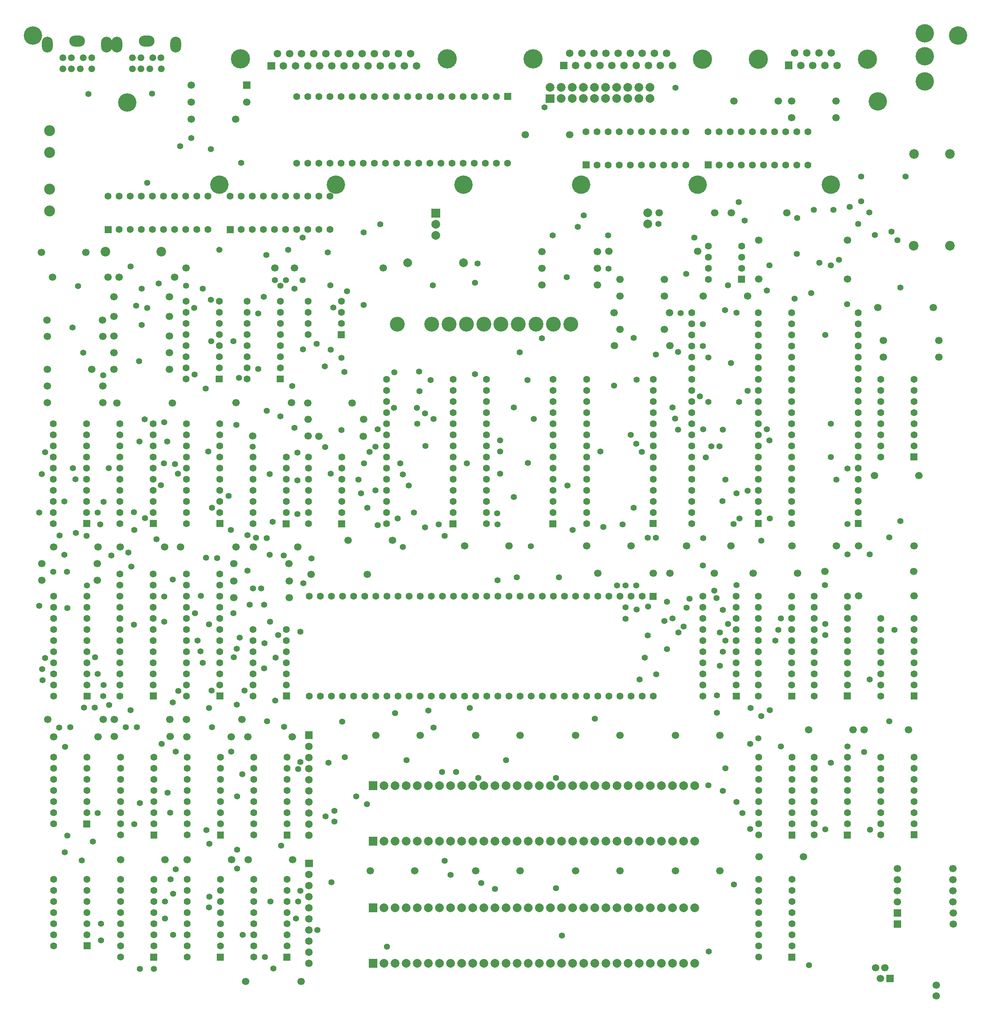
<source format=gbr>
%FSLAX34Y34*%
%MOMM*%
%LNSOLDERMASK_TOP*%
G71*
G01*
%ADD10C,1.600*%
%ADD11C,2.000*%
%ADD12C,1.700*%
%ADD13C,2.000*%
%ADD14C,2.200*%
%ADD15C,2.200*%
%ADD16C,1.720*%
%ADD17C,1.600*%
%ADD18C,4.400*%
%ADD19C,4.200*%
%ADD20C,2.500*%
%ADD21C,1.720*%
%ADD22C,1.550*%
%ADD23C,3.400*%
%ADD24C,1.400*%
%LPD*%
G36*
X1161490Y-190416D02*
X1145490Y-190416D01*
X1145490Y-174416D01*
X1161490Y-174416D01*
X1161490Y-190416D01*
G37*
X1128090Y-182415D02*
G54D10*
D03*
X1102690Y-182415D02*
G54D10*
D03*
X1077290Y-182416D02*
G54D10*
D03*
X1051890Y-182416D02*
G54D10*
D03*
X1026490Y-182415D02*
G54D10*
D03*
X1001090Y-182416D02*
G54D10*
D03*
X975690Y-182415D02*
G54D10*
D03*
X950290Y-182416D02*
G54D10*
D03*
X924890Y-182415D02*
G54D10*
D03*
X899490Y-182415D02*
G54D10*
D03*
X874090Y-182416D02*
G54D10*
D03*
X848690Y-182415D02*
G54D10*
D03*
X823290Y-182416D02*
G54D10*
D03*
X797890Y-182416D02*
G54D10*
D03*
X772490Y-182415D02*
G54D10*
D03*
X747090Y-182415D02*
G54D10*
D03*
X721690Y-182415D02*
G54D10*
D03*
X696290Y-182415D02*
G54D10*
D03*
X670890Y-182416D02*
G54D10*
D03*
X670890Y-334816D02*
G54D10*
D03*
X696290Y-334816D02*
G54D10*
D03*
X721690Y-334816D02*
G54D10*
D03*
X747090Y-334816D02*
G54D10*
D03*
X772490Y-334816D02*
G54D10*
D03*
X797890Y-334816D02*
G54D10*
D03*
X823290Y-334816D02*
G54D10*
D03*
X848690Y-334816D02*
G54D10*
D03*
X874090Y-334815D02*
G54D10*
D03*
X899490Y-334816D02*
G54D10*
D03*
X924890Y-334815D02*
G54D10*
D03*
X950290Y-334815D02*
G54D10*
D03*
X975690Y-334816D02*
G54D10*
D03*
X1001090Y-334815D02*
G54D10*
D03*
X1026490Y-334816D02*
G54D10*
D03*
X1051890Y-334815D02*
G54D10*
D03*
X1077290Y-334815D02*
G54D10*
D03*
X1102690Y-334815D02*
G54D10*
D03*
X1128090Y-334816D02*
G54D10*
D03*
X1153490Y-334816D02*
G54D10*
D03*
G36*
X1796435Y-1879918D02*
X1796435Y-1863918D01*
X1812435Y-1863918D01*
X1812435Y-1879918D01*
X1796435Y-1879918D01*
G37*
X1804435Y-1846518D02*
G54D10*
D03*
X1804435Y-1821118D02*
G54D10*
D03*
X1804435Y-1795718D02*
G54D10*
D03*
X1804435Y-1770318D02*
G54D10*
D03*
X1804435Y-1744918D02*
G54D10*
D03*
X1804435Y-1719518D02*
G54D10*
D03*
X1804435Y-1694118D02*
G54D10*
D03*
X1728235Y-1694118D02*
G54D10*
D03*
X1728235Y-1719518D02*
G54D10*
D03*
X1728235Y-1744918D02*
G54D10*
D03*
X1728235Y-1770318D02*
G54D10*
D03*
X1728235Y-1795718D02*
G54D10*
D03*
X1728235Y-1821118D02*
G54D10*
D03*
X1728235Y-1846518D02*
G54D10*
D03*
X1728235Y-1871918D02*
G54D10*
D03*
G36*
X2075838Y-1561977D02*
X2075838Y-1545977D01*
X2091838Y-1545977D01*
X2091838Y-1561977D01*
X2075838Y-1561977D01*
G37*
X2083838Y-1528577D02*
G54D10*
D03*
X2083838Y-1503177D02*
G54D10*
D03*
X2083838Y-1477777D02*
G54D10*
D03*
X2083838Y-1452377D02*
G54D10*
D03*
X2083838Y-1426977D02*
G54D10*
D03*
X2083838Y-1401577D02*
G54D10*
D03*
X2083839Y-1376177D02*
G54D10*
D03*
X2007639Y-1376177D02*
G54D10*
D03*
X2007639Y-1401577D02*
G54D10*
D03*
X2007639Y-1426977D02*
G54D10*
D03*
X2007639Y-1452377D02*
G54D10*
D03*
X2007639Y-1477777D02*
G54D10*
D03*
X2007639Y-1503177D02*
G54D10*
D03*
X2007639Y-1528577D02*
G54D10*
D03*
X2007639Y-1553977D02*
G54D10*
D03*
G36*
X1796345Y-2159148D02*
X1796345Y-2143148D01*
X1812345Y-2143148D01*
X1812345Y-2159148D01*
X1796345Y-2159148D01*
G37*
X1804345Y-2125748D02*
G54D10*
D03*
X1804345Y-2100348D02*
G54D10*
D03*
X1804345Y-2074948D02*
G54D10*
D03*
X1804345Y-2049548D02*
G54D10*
D03*
X1804345Y-2024148D02*
G54D10*
D03*
X1804345Y-1998748D02*
G54D10*
D03*
X1804345Y-1973348D02*
G54D10*
D03*
X1728145Y-1973348D02*
G54D10*
D03*
X1728145Y-1998748D02*
G54D10*
D03*
X1728145Y-2024148D02*
G54D10*
D03*
X1728145Y-2049548D02*
G54D10*
D03*
X1728145Y-2074948D02*
G54D10*
D03*
X1728145Y-2100348D02*
G54D10*
D03*
X1728145Y-2125749D02*
G54D10*
D03*
X1728145Y-2151149D02*
G54D10*
D03*
G36*
X2075656Y-1014964D02*
X2075656Y-998964D01*
X2091656Y-998964D01*
X2091656Y-1014964D01*
X2075656Y-1014964D01*
G37*
X2083656Y-981564D02*
G54D10*
D03*
X2083656Y-956164D02*
G54D10*
D03*
X2083656Y-930764D02*
G54D10*
D03*
X2083656Y-905364D02*
G54D10*
D03*
X2083656Y-879964D02*
G54D10*
D03*
X2083656Y-854564D02*
G54D10*
D03*
X2083656Y-829164D02*
G54D10*
D03*
X2007457Y-829164D02*
G54D10*
D03*
X2007456Y-854564D02*
G54D10*
D03*
X2007456Y-879964D02*
G54D10*
D03*
X2007456Y-905364D02*
G54D10*
D03*
X2007456Y-930764D02*
G54D10*
D03*
X2007456Y-956164D02*
G54D10*
D03*
X2007456Y-981564D02*
G54D10*
D03*
X2007456Y-1006964D02*
G54D10*
D03*
G36*
X1947991Y-1167199D02*
X1947991Y-1151199D01*
X1963991Y-1151199D01*
X1963991Y-1167199D01*
X1947991Y-1167199D01*
G37*
X1955991Y-1133798D02*
G54D10*
D03*
X1955991Y-1108398D02*
G54D10*
D03*
X1955991Y-1082998D02*
G54D10*
D03*
X1955991Y-1057598D02*
G54D10*
D03*
X1955991Y-1032198D02*
G54D10*
D03*
X1955991Y-1006798D02*
G54D10*
D03*
X1955991Y-981398D02*
G54D10*
D03*
X1955991Y-955998D02*
G54D10*
D03*
X1955991Y-930598D02*
G54D10*
D03*
X1955991Y-905198D02*
G54D10*
D03*
X1955991Y-879798D02*
G54D10*
D03*
X1955991Y-854398D02*
G54D10*
D03*
X1955991Y-828998D02*
G54D10*
D03*
X1955991Y-803598D02*
G54D10*
D03*
X1955991Y-778198D02*
G54D10*
D03*
X1955991Y-752798D02*
G54D10*
D03*
X1955991Y-727398D02*
G54D10*
D03*
X1955991Y-701998D02*
G54D10*
D03*
X1955991Y-676599D02*
G54D10*
D03*
X1803591Y-676598D02*
G54D10*
D03*
X1803591Y-701998D02*
G54D10*
D03*
X1803591Y-727398D02*
G54D10*
D03*
X1803591Y-752798D02*
G54D10*
D03*
X1803591Y-778198D02*
G54D10*
D03*
X1803591Y-803598D02*
G54D10*
D03*
X1803591Y-828998D02*
G54D10*
D03*
X1803591Y-854398D02*
G54D10*
D03*
X1803591Y-879798D02*
G54D10*
D03*
X1803591Y-905198D02*
G54D10*
D03*
X1803591Y-930598D02*
G54D10*
D03*
X1803591Y-955998D02*
G54D10*
D03*
X1803591Y-981398D02*
G54D10*
D03*
X1803591Y-1006798D02*
G54D10*
D03*
X1803591Y-1032198D02*
G54D10*
D03*
X1803591Y-1057598D02*
G54D10*
D03*
X1803591Y-1082998D02*
G54D10*
D03*
X1803591Y-1108398D02*
G54D10*
D03*
X1803591Y-1133798D02*
G54D10*
D03*
X1803591Y-1159198D02*
G54D10*
D03*
G36*
X1719391Y-1167198D02*
X1719391Y-1151198D01*
X1735391Y-1151198D01*
X1735391Y-1167198D01*
X1719391Y-1167198D01*
G37*
X1727391Y-1133798D02*
G54D10*
D03*
X1727391Y-1108398D02*
G54D10*
D03*
X1727391Y-1082998D02*
G54D10*
D03*
X1727391Y-1057598D02*
G54D10*
D03*
X1727391Y-1032198D02*
G54D10*
D03*
X1727391Y-1006799D02*
G54D10*
D03*
X1727391Y-981398D02*
G54D10*
D03*
X1727391Y-955999D02*
G54D10*
D03*
X1727391Y-930598D02*
G54D10*
D03*
X1727391Y-905198D02*
G54D10*
D03*
X1727391Y-879798D02*
G54D10*
D03*
X1727391Y-854398D02*
G54D10*
D03*
X1727391Y-828998D02*
G54D10*
D03*
X1727391Y-803598D02*
G54D10*
D03*
X1727391Y-778198D02*
G54D10*
D03*
X1727391Y-752798D02*
G54D10*
D03*
X1727391Y-727398D02*
G54D10*
D03*
X1727391Y-701998D02*
G54D10*
D03*
X1727391Y-676598D02*
G54D10*
D03*
X1574991Y-676598D02*
G54D10*
D03*
X1574991Y-701998D02*
G54D10*
D03*
X1574991Y-727398D02*
G54D10*
D03*
X1574991Y-752798D02*
G54D10*
D03*
X1574991Y-778198D02*
G54D10*
D03*
X1574991Y-803598D02*
G54D10*
D03*
X1574991Y-828998D02*
G54D10*
D03*
X1574991Y-854398D02*
G54D10*
D03*
X1574991Y-879798D02*
G54D10*
D03*
X1574991Y-905198D02*
G54D10*
D03*
X1574991Y-930599D02*
G54D10*
D03*
X1574991Y-955998D02*
G54D10*
D03*
X1574991Y-981398D02*
G54D10*
D03*
X1574991Y-1006798D02*
G54D10*
D03*
X1574991Y-1032198D02*
G54D10*
D03*
X1574991Y-1057598D02*
G54D10*
D03*
X1574991Y-1082998D02*
G54D10*
D03*
X1574991Y-1108398D02*
G54D10*
D03*
X1574991Y-1133798D02*
G54D10*
D03*
X1574991Y-1159198D02*
G54D10*
D03*
G36*
X1681190Y-608426D02*
X1681190Y-592426D01*
X1697190Y-592426D01*
X1697190Y-608426D01*
X1681190Y-608426D01*
G37*
X1689190Y-575026D02*
G54D10*
D03*
X1689190Y-549626D02*
G54D10*
D03*
X1689190Y-524227D02*
G54D10*
D03*
X1612990Y-524227D02*
G54D10*
D03*
X1612990Y-549626D02*
G54D10*
D03*
X1612990Y-575026D02*
G54D10*
D03*
X1612990Y-600426D02*
G54D10*
D03*
G36*
X1478686Y-1167192D02*
X1478686Y-1151192D01*
X1494686Y-1151192D01*
X1494686Y-1167192D01*
X1478686Y-1167192D01*
G37*
X1486686Y-1133792D02*
G54D10*
D03*
X1486686Y-1108392D02*
G54D10*
D03*
X1486686Y-1082992D02*
G54D10*
D03*
X1486686Y-1057592D02*
G54D10*
D03*
X1486686Y-1032193D02*
G54D10*
D03*
X1486686Y-1006793D02*
G54D10*
D03*
X1486686Y-981393D02*
G54D10*
D03*
X1486686Y-955993D02*
G54D10*
D03*
X1486686Y-930593D02*
G54D10*
D03*
X1486686Y-905193D02*
G54D10*
D03*
X1486686Y-879793D02*
G54D10*
D03*
X1486686Y-854393D02*
G54D10*
D03*
X1486685Y-828993D02*
G54D10*
D03*
X1334286Y-828993D02*
G54D10*
D03*
X1334286Y-854393D02*
G54D10*
D03*
X1334286Y-879793D02*
G54D10*
D03*
X1334286Y-905193D02*
G54D10*
D03*
X1334286Y-930593D02*
G54D10*
D03*
X1334286Y-955993D02*
G54D10*
D03*
X1334286Y-981393D02*
G54D10*
D03*
X1334286Y-1006793D02*
G54D10*
D03*
X1334286Y-1032193D02*
G54D10*
D03*
X1334286Y-1057592D02*
G54D10*
D03*
X1334286Y-1082992D02*
G54D10*
D03*
X1334285Y-1108392D02*
G54D10*
D03*
X1334286Y-1133792D02*
G54D10*
D03*
X1334286Y-1159192D02*
G54D10*
D03*
G36*
X1020800Y-1167834D02*
X1020800Y-1151834D01*
X1036800Y-1151834D01*
X1036800Y-1167834D01*
X1020800Y-1167834D01*
G37*
X1028800Y-1134434D02*
G54D10*
D03*
X1028800Y-1109034D02*
G54D10*
D03*
X1028800Y-1083634D02*
G54D10*
D03*
X1028800Y-1058234D02*
G54D10*
D03*
X1028800Y-1032834D02*
G54D10*
D03*
X1028800Y-1007434D02*
G54D10*
D03*
X1028800Y-982034D02*
G54D10*
D03*
X1028800Y-956634D02*
G54D10*
D03*
X1028800Y-931234D02*
G54D10*
D03*
X1028800Y-905834D02*
G54D10*
D03*
X1028800Y-880434D02*
G54D10*
D03*
X1028800Y-855034D02*
G54D10*
D03*
X1028800Y-829634D02*
G54D10*
D03*
X876400Y-829634D02*
G54D10*
D03*
X876400Y-855034D02*
G54D10*
D03*
X876400Y-880434D02*
G54D10*
D03*
X876400Y-905834D02*
G54D10*
D03*
X876400Y-931234D02*
G54D10*
D03*
X876400Y-956634D02*
G54D10*
D03*
X876400Y-982034D02*
G54D10*
D03*
X876400Y-1007434D02*
G54D10*
D03*
X876400Y-1032834D02*
G54D10*
D03*
X876400Y-1058234D02*
G54D10*
D03*
X876400Y-1083634D02*
G54D10*
D03*
X876400Y-1109034D02*
G54D10*
D03*
X876400Y-1134434D02*
G54D10*
D03*
X876400Y-1159834D02*
G54D10*
D03*
G36*
X765642Y-1167818D02*
X765642Y-1151818D01*
X781642Y-1151818D01*
X781642Y-1167818D01*
X765642Y-1167818D01*
G37*
X773642Y-1134418D02*
G54D10*
D03*
X773642Y-1109018D02*
G54D10*
D03*
X773642Y-1083618D02*
G54D10*
D03*
X773642Y-1058218D02*
G54D10*
D03*
X773642Y-1032818D02*
G54D10*
D03*
X773642Y-1007418D02*
G54D10*
D03*
X697442Y-1007418D02*
G54D10*
D03*
X697442Y-1032818D02*
G54D10*
D03*
X697442Y-1058218D02*
G54D10*
D03*
X697442Y-1083618D02*
G54D10*
D03*
X697442Y-1109018D02*
G54D10*
D03*
X697442Y-1134418D02*
G54D10*
D03*
X697442Y-1159818D02*
G54D10*
D03*
G36*
X638642Y-1167818D02*
X638642Y-1151818D01*
X654642Y-1151818D01*
X654642Y-1167818D01*
X638642Y-1167818D01*
G37*
X646642Y-1134418D02*
G54D10*
D03*
X646642Y-1109018D02*
G54D10*
D03*
X646642Y-1083618D02*
G54D10*
D03*
X646642Y-1058218D02*
G54D10*
D03*
X646642Y-1032818D02*
G54D10*
D03*
X646642Y-1007418D02*
G54D10*
D03*
X570442Y-1007418D02*
G54D10*
D03*
X570442Y-1032818D02*
G54D10*
D03*
X570442Y-1058218D02*
G54D10*
D03*
X570442Y-1083618D02*
G54D10*
D03*
X570442Y-1109018D02*
G54D10*
D03*
X570442Y-1134418D02*
G54D10*
D03*
X570442Y-1159818D02*
G54D10*
D03*
G36*
X182224Y-1167188D02*
X182224Y-1151188D01*
X198224Y-1151188D01*
X198224Y-1167188D01*
X182224Y-1167188D01*
G37*
X190224Y-1133788D02*
G54D10*
D03*
X190224Y-1108388D02*
G54D10*
D03*
X190224Y-1082988D02*
G54D10*
D03*
X190224Y-1057588D02*
G54D10*
D03*
X190224Y-1032188D02*
G54D10*
D03*
X190224Y-1006788D02*
G54D10*
D03*
X190224Y-981388D02*
G54D10*
D03*
X190224Y-955988D02*
G54D10*
D03*
X190224Y-930589D02*
G54D10*
D03*
X114024Y-930588D02*
G54D10*
D03*
X114024Y-955988D02*
G54D10*
D03*
X114024Y-981388D02*
G54D10*
D03*
X114024Y-1006788D02*
G54D10*
D03*
X114024Y-1032188D02*
G54D10*
D03*
X114024Y-1057588D02*
G54D10*
D03*
X114024Y-1082988D02*
G54D10*
D03*
X114024Y-1108388D02*
G54D10*
D03*
X114024Y-1133788D02*
G54D10*
D03*
X114024Y-1159188D02*
G54D10*
D03*
G36*
X334555Y-1562100D02*
X334555Y-1546100D01*
X350555Y-1546100D01*
X350555Y-1562100D01*
X334555Y-1562100D01*
G37*
X342555Y-1528700D02*
G54D10*
D03*
X342555Y-1503300D02*
G54D10*
D03*
X342555Y-1477900D02*
G54D10*
D03*
X342555Y-1452500D02*
G54D10*
D03*
X342555Y-1427100D02*
G54D10*
D03*
X342555Y-1401700D02*
G54D10*
D03*
X342555Y-1376300D02*
G54D10*
D03*
X342555Y-1350900D02*
G54D10*
D03*
X342555Y-1325500D02*
G54D10*
D03*
X342555Y-1300100D02*
G54D10*
D03*
X342555Y-1274699D02*
G54D10*
D03*
X266354Y-1274700D02*
G54D10*
D03*
X266354Y-1300100D02*
G54D10*
D03*
X266354Y-1325500D02*
G54D10*
D03*
X266354Y-1350900D02*
G54D10*
D03*
X266354Y-1376300D02*
G54D10*
D03*
X266354Y-1401700D02*
G54D10*
D03*
X266354Y-1427100D02*
G54D10*
D03*
X266354Y-1452500D02*
G54D10*
D03*
X266354Y-1477900D02*
G54D10*
D03*
X266354Y-1503300D02*
G54D10*
D03*
X266354Y-1528700D02*
G54D10*
D03*
X266355Y-1554100D02*
G54D10*
D03*
G36*
X639118Y-1562036D02*
X639118Y-1546036D01*
X655118Y-1546036D01*
X655118Y-1562036D01*
X639118Y-1562036D01*
G37*
X647118Y-1528636D02*
G54D10*
D03*
X647118Y-1503236D02*
G54D10*
D03*
X647118Y-1477836D02*
G54D10*
D03*
X647118Y-1452436D02*
G54D10*
D03*
X647118Y-1427037D02*
G54D10*
D03*
X647118Y-1401637D02*
G54D10*
D03*
X570918Y-1401637D02*
G54D10*
D03*
X570918Y-1427037D02*
G54D10*
D03*
X570918Y-1452436D02*
G54D10*
D03*
X570918Y-1477836D02*
G54D10*
D03*
X570918Y-1503236D02*
G54D10*
D03*
X570918Y-1528636D02*
G54D10*
D03*
X570918Y-1554036D02*
G54D10*
D03*
G36*
X764920Y-735371D02*
X764920Y-719371D01*
X780920Y-719371D01*
X780920Y-735371D01*
X764920Y-735371D01*
G37*
X772920Y-701971D02*
G54D10*
D03*
X772920Y-676571D02*
G54D10*
D03*
X772920Y-651171D02*
G54D10*
D03*
X696720Y-651171D02*
G54D10*
D03*
X696720Y-676571D02*
G54D10*
D03*
X696720Y-701971D02*
G54D10*
D03*
X696720Y-727371D02*
G54D10*
D03*
G36*
X625220Y-836520D02*
X625220Y-820520D01*
X641220Y-820520D01*
X641220Y-836520D01*
X625220Y-836520D01*
G37*
X633220Y-803120D02*
G54D10*
D03*
X633220Y-777720D02*
G54D10*
D03*
X633220Y-752320D02*
G54D10*
D03*
X633220Y-726920D02*
G54D10*
D03*
X633220Y-701520D02*
G54D10*
D03*
X633220Y-676119D02*
G54D10*
D03*
X633220Y-650719D02*
G54D10*
D03*
X557020Y-650719D02*
G54D10*
D03*
X557020Y-676120D02*
G54D10*
D03*
X557020Y-701520D02*
G54D10*
D03*
X557020Y-726919D02*
G54D10*
D03*
X557020Y-752320D02*
G54D10*
D03*
X557020Y-777720D02*
G54D10*
D03*
X557020Y-803120D02*
G54D10*
D03*
X557020Y-828519D02*
G54D10*
D03*
G36*
X485520Y-836519D02*
X485520Y-820519D01*
X501520Y-820519D01*
X501520Y-836519D01*
X485520Y-836519D01*
G37*
X493520Y-803120D02*
G54D10*
D03*
X493520Y-777720D02*
G54D10*
D03*
X493520Y-752319D02*
G54D10*
D03*
X493520Y-726919D02*
G54D10*
D03*
X493520Y-701520D02*
G54D10*
D03*
X493520Y-676120D02*
G54D10*
D03*
X493520Y-650720D02*
G54D10*
D03*
X417320Y-650720D02*
G54D10*
D03*
X417320Y-676120D02*
G54D10*
D03*
X417320Y-701520D02*
G54D10*
D03*
X417320Y-726920D02*
G54D10*
D03*
X417320Y-752320D02*
G54D10*
D03*
X417320Y-777720D02*
G54D10*
D03*
X417320Y-803120D02*
G54D10*
D03*
X417320Y-828520D02*
G54D10*
D03*
G36*
X1604477Y-331132D02*
X1620477Y-331132D01*
X1620477Y-347132D01*
X1604477Y-347132D01*
X1604477Y-331132D01*
G37*
X1637877Y-339132D02*
G54D10*
D03*
X1663277Y-339132D02*
G54D10*
D03*
X1688677Y-339132D02*
G54D10*
D03*
X1714077Y-339132D02*
G54D10*
D03*
X1739477Y-339132D02*
G54D10*
D03*
X1764877Y-339132D02*
G54D10*
D03*
X1790277Y-339132D02*
G54D10*
D03*
X1815677Y-339132D02*
G54D10*
D03*
X1841077Y-339132D02*
G54D10*
D03*
X1841077Y-262932D02*
G54D10*
D03*
X1815677Y-262932D02*
G54D10*
D03*
X1790277Y-262932D02*
G54D10*
D03*
X1764877Y-262932D02*
G54D10*
D03*
X1739477Y-262932D02*
G54D10*
D03*
X1714077Y-262932D02*
G54D10*
D03*
X1688677Y-262932D02*
G54D10*
D03*
X1663277Y-262932D02*
G54D10*
D03*
X1637877Y-262932D02*
G54D10*
D03*
X1612477Y-262932D02*
G54D10*
D03*
G36*
X1240595Y-177074D02*
X1260595Y-177074D01*
X1260595Y-197074D01*
X1240595Y-197074D01*
X1240595Y-177074D01*
G37*
X1250595Y-161674D02*
G54D11*
D03*
X1275995Y-187073D02*
G54D11*
D03*
X1275995Y-161674D02*
G54D11*
D03*
X1301395Y-187073D02*
G54D11*
D03*
X1301395Y-161674D02*
G54D11*
D03*
X1326795Y-187073D02*
G54D11*
D03*
X1326795Y-161674D02*
G54D11*
D03*
X1352195Y-187074D02*
G54D11*
D03*
X1352195Y-161674D02*
G54D11*
D03*
X1377595Y-187073D02*
G54D11*
D03*
X1377595Y-161674D02*
G54D11*
D03*
X1402995Y-187074D02*
G54D11*
D03*
X1402995Y-161674D02*
G54D11*
D03*
X1428395Y-187074D02*
G54D11*
D03*
X1428395Y-161674D02*
G54D11*
D03*
X1453795Y-187074D02*
G54D11*
D03*
X1453795Y-161674D02*
G54D11*
D03*
X1479195Y-187074D02*
G54D11*
D03*
X1479195Y-161674D02*
G54D11*
D03*
X1500836Y-448328D02*
G54D12*
D03*
X1627836Y-448328D02*
G54D12*
D03*
X1665936Y-448328D02*
G54D12*
D03*
X1792936Y-448328D02*
G54D12*
D03*
X1474007Y-473728D02*
G54D13*
D03*
X1474007Y-448328D02*
G54D13*
D03*
X1671176Y-192941D02*
G54D12*
D03*
X1772776Y-192941D02*
G54D12*
D03*
X1803401Y-193128D02*
G54D12*
D03*
X1905000Y-193128D02*
G54D12*
D03*
X1803401Y-231228D02*
G54D12*
D03*
X1905000Y-231228D02*
G54D12*
D03*
X1728145Y-511358D02*
G54D12*
D03*
X1931345Y-511358D02*
G54D12*
D03*
X1728145Y-600258D02*
G54D12*
D03*
X1931345Y-600257D02*
G54D12*
D03*
X1385245Y-536758D02*
G54D12*
D03*
X1588445Y-536758D02*
G54D12*
D03*
X2000543Y-664751D02*
G54D12*
D03*
X2127543Y-664751D02*
G54D12*
D03*
X2013380Y-740662D02*
G54D12*
D03*
X2140380Y-740662D02*
G54D12*
D03*
X2013380Y-778762D02*
G54D12*
D03*
X2140380Y-778762D02*
G54D12*
D03*
X2046076Y-1948406D02*
G54D12*
D03*
X2173076Y-1948406D02*
G54D12*
D03*
X2046076Y-1973806D02*
G54D12*
D03*
X2173076Y-1973806D02*
G54D12*
D03*
X2046076Y-1999206D02*
G54D12*
D03*
X2173076Y-1999206D02*
G54D12*
D03*
X2046076Y-2024606D02*
G54D12*
D03*
X2173076Y-2024606D02*
G54D12*
D03*
G36*
X2037490Y-2041754D02*
X2054490Y-2041754D01*
X2054490Y-2058754D01*
X2037490Y-2058754D01*
X2037490Y-2041754D01*
G37*
X2173249Y-2050254D02*
G54D12*
D03*
G36*
X2037490Y-2067154D02*
X2054490Y-2067154D01*
X2054490Y-2084154D01*
X2037490Y-2084154D01*
X2037490Y-2067154D01*
G37*
X2173249Y-2075654D02*
G54D12*
D03*
X1601250Y-638768D02*
G54D12*
D03*
X1702850Y-638768D02*
G54D12*
D03*
X1410750Y-600668D02*
G54D12*
D03*
X1512350Y-600668D02*
G54D12*
D03*
X1410750Y-638768D02*
G54D12*
D03*
X1512350Y-638768D02*
G54D12*
D03*
X1397212Y-677024D02*
G54D12*
D03*
X1524212Y-677024D02*
G54D12*
D03*
X1398049Y-752509D02*
G54D12*
D03*
X1525049Y-752509D02*
G54D12*
D03*
X1410750Y-714968D02*
G54D12*
D03*
X1512350Y-714968D02*
G54D12*
D03*
X1194263Y-269786D02*
G54D12*
D03*
X1295863Y-269786D02*
G54D12*
D03*
G36*
X979169Y-439142D02*
X999169Y-439142D01*
X999169Y-459142D01*
X979169Y-459142D01*
X979169Y-439142D01*
G37*
X989169Y-474611D02*
G54D13*
D03*
X989137Y-500150D02*
G54D13*
D03*
X1232112Y-537324D02*
G54D12*
D03*
X1359112Y-537324D02*
G54D12*
D03*
X924536Y-562577D02*
G54D13*
D03*
X1052784Y-562577D02*
G54D13*
D03*
X2165993Y-313833D02*
G54D14*
D03*
X2083658Y-313537D02*
G54D14*
D03*
X2165683Y-523871D02*
G54D14*
D03*
X2083348Y-523575D02*
G54D14*
D03*
G36*
X565024Y-164846D02*
X548024Y-164846D01*
X548024Y-147846D01*
X565024Y-147846D01*
X565024Y-164846D01*
G37*
X429265Y-156346D02*
G54D12*
D03*
X429484Y-195155D02*
G54D12*
D03*
X556484Y-195154D02*
G54D12*
D03*
X429651Y-234397D02*
G54D12*
D03*
X531251Y-234397D02*
G54D12*
D03*
X665308Y-574879D02*
G54D12*
D03*
X868508Y-574879D02*
G54D12*
D03*
X417319Y-574611D02*
G54D12*
D03*
X620519Y-574611D02*
G54D12*
D03*
X233159Y-537660D02*
G54D15*
D03*
X360473Y-537464D02*
G54D15*
D03*
X86751Y-539197D02*
G54D12*
D03*
X188352Y-539197D02*
G54D12*
D03*
X264599Y-596063D02*
G54D12*
D03*
X391599Y-596063D02*
G54D12*
D03*
X112199Y-596063D02*
G54D12*
D03*
X239199Y-596063D02*
G54D12*
D03*
X252752Y-641010D02*
G54D12*
D03*
X379753Y-641010D02*
G54D12*
D03*
X252683Y-730244D02*
G54D12*
D03*
X379683Y-730244D02*
G54D12*
D03*
X99999Y-844682D02*
G54D12*
D03*
X226999Y-844682D02*
G54D12*
D03*
X100000Y-806495D02*
G54D12*
D03*
X201600Y-806495D02*
G54D12*
D03*
X526970Y-1251287D02*
G54D12*
D03*
X653244Y-1250750D02*
G54D12*
D03*
X526970Y-1290429D02*
G54D12*
D03*
X653970Y-1290429D02*
G54D12*
D03*
X526970Y-1328529D02*
G54D12*
D03*
X653970Y-1328529D02*
G54D12*
D03*
X405068Y-1212715D02*
G54D12*
D03*
X532068Y-1212715D02*
G54D12*
D03*
X87568Y-1250815D02*
G54D12*
D03*
X214568Y-1250815D02*
G54D12*
D03*
X87568Y-1288915D02*
G54D12*
D03*
X214568Y-1288915D02*
G54D12*
D03*
X418213Y-1607870D02*
G54D12*
D03*
X545213Y-1607870D02*
G54D12*
D03*
X253113Y-1607870D02*
G54D12*
D03*
X380113Y-1607870D02*
G54D12*
D03*
X253450Y-1646586D02*
G54D12*
D03*
X381237Y-1646288D02*
G54D12*
D03*
X554048Y-2206515D02*
G54D12*
D03*
X681048Y-2206515D02*
G54D12*
D03*
X1582100Y-1759300D02*
G54D11*
D03*
X1556700Y-1759300D02*
G54D11*
D03*
X1531300Y-1759300D02*
G54D11*
D03*
X1505900Y-1759300D02*
G54D11*
D03*
X1480500Y-1759300D02*
G54D11*
D03*
X1455100Y-1759300D02*
G54D11*
D03*
X1429700Y-1759300D02*
G54D11*
D03*
X1404300Y-1759300D02*
G54D11*
D03*
X1378900Y-1759300D02*
G54D11*
D03*
X1353500Y-1759300D02*
G54D11*
D03*
X1328100Y-1759300D02*
G54D11*
D03*
X1302700Y-1759300D02*
G54D11*
D03*
X1277300Y-1759300D02*
G54D11*
D03*
X1251900Y-1759300D02*
G54D11*
D03*
X1226500Y-1759300D02*
G54D11*
D03*
X1201100Y-1759300D02*
G54D11*
D03*
X1175700Y-1759300D02*
G54D11*
D03*
X1150300Y-1759300D02*
G54D11*
D03*
X1099500Y-1759300D02*
G54D11*
D03*
X1074100Y-1759300D02*
G54D11*
D03*
X1048700Y-1759300D02*
G54D11*
D03*
X1023300Y-1759300D02*
G54D11*
D03*
X997900Y-1759300D02*
G54D11*
D03*
X972500Y-1759300D02*
G54D11*
D03*
X947100Y-1759300D02*
G54D11*
D03*
X921700Y-1759300D02*
G54D11*
D03*
X896300Y-1759300D02*
G54D11*
D03*
X870900Y-1759300D02*
G54D11*
D03*
G36*
X835500Y-1749300D02*
X855500Y-1749300D01*
X855500Y-1769300D01*
X835500Y-1769300D01*
X835500Y-1749300D01*
G37*
X1124900Y-1759300D02*
G54D11*
D03*
X1582100Y-1886300D02*
G54D11*
D03*
X1556700Y-1886300D02*
G54D11*
D03*
X1531300Y-1886300D02*
G54D11*
D03*
X1505900Y-1886300D02*
G54D11*
D03*
X1480500Y-1886300D02*
G54D11*
D03*
X1455100Y-1886300D02*
G54D11*
D03*
X1429700Y-1886300D02*
G54D11*
D03*
X1404300Y-1886300D02*
G54D11*
D03*
X1378900Y-1886300D02*
G54D11*
D03*
X1353500Y-1886300D02*
G54D11*
D03*
X1328100Y-1886300D02*
G54D11*
D03*
X1302700Y-1886300D02*
G54D11*
D03*
X1277300Y-1886300D02*
G54D11*
D03*
X1251900Y-1886300D02*
G54D11*
D03*
X1226500Y-1886300D02*
G54D11*
D03*
X1201100Y-1886300D02*
G54D11*
D03*
X1175700Y-1886300D02*
G54D11*
D03*
X1150300Y-1886300D02*
G54D11*
D03*
X1124900Y-1886300D02*
G54D11*
D03*
X1099500Y-1886300D02*
G54D11*
D03*
X1074100Y-1886300D02*
G54D11*
D03*
X1048700Y-1886300D02*
G54D11*
D03*
X1023300Y-1886300D02*
G54D11*
D03*
X997900Y-1886300D02*
G54D11*
D03*
X972500Y-1886300D02*
G54D11*
D03*
X947100Y-1886300D02*
G54D11*
D03*
X921700Y-1886300D02*
G54D11*
D03*
X896300Y-1886300D02*
G54D11*
D03*
X870900Y-1886300D02*
G54D11*
D03*
G36*
X835500Y-1876300D02*
X855500Y-1876300D01*
X855500Y-1896300D01*
X835500Y-1896300D01*
X835500Y-1876300D01*
G37*
G36*
X707423Y-1634906D02*
X707423Y-1652106D01*
X690223Y-1652106D01*
X690223Y-1634906D01*
X707423Y-1634906D01*
G37*
X698823Y-1668906D02*
G54D16*
D03*
X698823Y-1694306D02*
G54D16*
D03*
X698823Y-1719706D02*
G54D16*
D03*
X698823Y-1745106D02*
G54D16*
D03*
X698823Y-1770506D02*
G54D16*
D03*
X698823Y-1795906D02*
G54D16*
D03*
X698823Y-1821306D02*
G54D16*
D03*
X698823Y-1846706D02*
G54D16*
D03*
X698823Y-1872106D02*
G54D16*
D03*
G36*
X707685Y-1928097D02*
X707685Y-1945297D01*
X690485Y-1945297D01*
X690485Y-1928097D01*
X707685Y-1928097D01*
G37*
X699085Y-1962097D02*
G54D16*
D03*
X699085Y-1987497D02*
G54D16*
D03*
X699085Y-2012897D02*
G54D16*
D03*
X699085Y-2038297D02*
G54D16*
D03*
X699085Y-2063697D02*
G54D16*
D03*
X699085Y-2089097D02*
G54D16*
D03*
X699085Y-2114497D02*
G54D16*
D03*
X699085Y-2139897D02*
G54D16*
D03*
X699085Y-2165297D02*
G54D16*
D03*
G36*
X1478890Y-1317768D02*
X1494890Y-1317768D01*
X1494890Y-1333768D01*
X1478890Y-1333768D01*
X1478890Y-1317768D01*
G37*
X1461490Y-1325768D02*
G54D17*
D03*
X1436090Y-1325768D02*
G54D17*
D03*
X1410690Y-1325768D02*
G54D17*
D03*
X1385290Y-1325768D02*
G54D17*
D03*
X1359890Y-1325768D02*
G54D17*
D03*
X1334490Y-1325768D02*
G54D17*
D03*
X1309090Y-1325768D02*
G54D17*
D03*
X1283690Y-1325768D02*
G54D17*
D03*
X1258290Y-1325768D02*
G54D17*
D03*
X1232890Y-1325768D02*
G54D17*
D03*
X1207490Y-1325768D02*
G54D17*
D03*
X1182090Y-1325768D02*
G54D17*
D03*
X1156690Y-1325768D02*
G54D17*
D03*
X1131290Y-1325768D02*
G54D17*
D03*
X1105890Y-1325768D02*
G54D17*
D03*
X1080490Y-1325768D02*
G54D17*
D03*
X1055090Y-1325768D02*
G54D17*
D03*
X1029690Y-1325768D02*
G54D17*
D03*
X1004290Y-1325768D02*
G54D17*
D03*
X978890Y-1325768D02*
G54D17*
D03*
X953490Y-1325768D02*
G54D17*
D03*
X928090Y-1325768D02*
G54D17*
D03*
X902690Y-1325768D02*
G54D17*
D03*
X877290Y-1325768D02*
G54D17*
D03*
X851890Y-1325768D02*
G54D17*
D03*
X826490Y-1325768D02*
G54D17*
D03*
X801090Y-1325768D02*
G54D17*
D03*
X775690Y-1325768D02*
G54D17*
D03*
X750290Y-1325768D02*
G54D17*
D03*
X724890Y-1325768D02*
G54D17*
D03*
X699490Y-1325768D02*
G54D17*
D03*
X1486890Y-1554368D02*
G54D17*
D03*
X1461490Y-1554368D02*
G54D17*
D03*
X1436090Y-1554368D02*
G54D17*
D03*
X1410690Y-1554368D02*
G54D17*
D03*
X1385290Y-1554368D02*
G54D17*
D03*
X1359890Y-1554368D02*
G54D17*
D03*
X1334490Y-1554368D02*
G54D17*
D03*
X1309090Y-1554368D02*
G54D17*
D03*
X1283690Y-1554368D02*
G54D17*
D03*
X1258290Y-1554368D02*
G54D17*
D03*
X1232890Y-1554368D02*
G54D17*
D03*
X1207490Y-1554368D02*
G54D17*
D03*
X1182090Y-1554368D02*
G54D17*
D03*
X1156690Y-1554368D02*
G54D17*
D03*
X1131290Y-1554368D02*
G54D17*
D03*
X1105890Y-1554368D02*
G54D17*
D03*
X1080490Y-1554368D02*
G54D17*
D03*
X1055090Y-1554368D02*
G54D17*
D03*
X1029690Y-1554368D02*
G54D17*
D03*
X1004290Y-1554368D02*
G54D17*
D03*
X978890Y-1554368D02*
G54D17*
D03*
X953490Y-1554368D02*
G54D17*
D03*
X928090Y-1554368D02*
G54D17*
D03*
X902690Y-1554368D02*
G54D17*
D03*
X877290Y-1554368D02*
G54D17*
D03*
X851890Y-1554368D02*
G54D17*
D03*
X826490Y-1554368D02*
G54D17*
D03*
X801090Y-1554368D02*
G54D17*
D03*
X775690Y-1554368D02*
G54D17*
D03*
X750290Y-1554368D02*
G54D17*
D03*
X724890Y-1554368D02*
G54D17*
D03*
X699490Y-1554368D02*
G54D17*
D03*
G36*
X2019954Y-2191449D02*
X2036954Y-2191449D01*
X2036954Y-2208449D01*
X2019954Y-2208449D01*
X2019954Y-2191449D01*
G37*
X2006748Y-2199868D02*
G54D12*
D03*
X2017073Y-2175976D02*
G54D12*
D03*
X1995416Y-2175905D02*
G54D12*
D03*
X1977029Y-97241D02*
G54D18*
D03*
X1727404Y-97201D02*
G54D18*
D03*
X1599676Y-96819D02*
G54D18*
D03*
X1211855Y-96425D02*
G54D18*
D03*
X2184854Y-42909D02*
G54D19*
D03*
X2108589Y-38051D02*
G54D19*
D03*
X2108431Y-90665D02*
G54D19*
D03*
X2108431Y-148193D02*
G54D19*
D03*
X2000697Y-193378D02*
G54D19*
D03*
X1893190Y-384263D02*
G54D19*
D03*
X105320Y-393930D02*
G54D20*
D03*
X105244Y-444146D02*
G54D20*
D03*
X105115Y-260167D02*
G54D20*
D03*
X105038Y-310384D02*
G54D20*
D03*
G36*
X621432Y-121091D02*
X604232Y-121091D01*
X604232Y-103891D01*
X621432Y-103891D01*
X621432Y-121091D01*
G37*
X640532Y-112491D02*
G54D21*
D03*
X668132Y-112491D02*
G54D21*
D03*
X695832Y-112491D02*
G54D21*
D03*
X723532Y-112491D02*
G54D21*
D03*
X751232Y-112491D02*
G54D21*
D03*
X778932Y-112491D02*
G54D21*
D03*
X806632Y-112491D02*
G54D21*
D03*
X834332Y-112491D02*
G54D21*
D03*
X861932Y-112491D02*
G54D21*
D03*
X889632Y-112491D02*
G54D21*
D03*
X917332Y-112491D02*
G54D21*
D03*
X945032Y-112491D02*
G54D21*
D03*
X626732Y-84091D02*
G54D21*
D03*
X654432Y-84091D02*
G54D21*
D03*
X682132Y-84091D02*
G54D21*
D03*
X709832Y-84091D02*
G54D21*
D03*
X737532Y-84091D02*
G54D21*
D03*
X765232Y-84091D02*
G54D21*
D03*
X792932Y-84091D02*
G54D21*
D03*
X820532Y-84091D02*
G54D21*
D03*
X848232Y-84091D02*
G54D21*
D03*
X875932Y-84091D02*
G54D21*
D03*
X903632Y-84091D02*
G54D21*
D03*
X931332Y-84091D02*
G54D21*
D03*
X1015005Y-96425D02*
G54D18*
D03*
X541930Y-96425D02*
G54D18*
D03*
G36*
X1290427Y-120199D02*
X1273227Y-120199D01*
X1273227Y-102999D01*
X1290427Y-102999D01*
X1290427Y-120199D01*
G37*
X1309527Y-111599D02*
G54D21*
D03*
X1337127Y-111599D02*
G54D21*
D03*
X1364827Y-111599D02*
G54D21*
D03*
X1392527Y-111600D02*
G54D21*
D03*
X1420227Y-111599D02*
G54D21*
D03*
X1447927Y-111599D02*
G54D21*
D03*
X1475627Y-111599D02*
G54D21*
D03*
X1503327Y-111600D02*
G54D21*
D03*
X1530927Y-111599D02*
G54D21*
D03*
X1295727Y-83199D02*
G54D21*
D03*
X1323427Y-83199D02*
G54D21*
D03*
X1351127Y-83199D02*
G54D21*
D03*
X1378827Y-83199D02*
G54D21*
D03*
X1406527Y-83199D02*
G54D21*
D03*
X1434227Y-83199D02*
G54D21*
D03*
X1461927Y-83199D02*
G54D21*
D03*
X1489527Y-83199D02*
G54D21*
D03*
X1517227Y-83199D02*
G54D21*
D03*
G36*
X1805399Y-119695D02*
X1788199Y-119695D01*
X1788199Y-102495D01*
X1805399Y-102495D01*
X1805399Y-119695D01*
G37*
X1824398Y-111095D02*
G54D21*
D03*
X1852099Y-111095D02*
G54D21*
D03*
X1879799Y-111095D02*
G54D21*
D03*
X1907499Y-111095D02*
G54D21*
D03*
X1810699Y-82695D02*
G54D21*
D03*
X1838399Y-82695D02*
G54D21*
D03*
X1866099Y-82695D02*
G54D21*
D03*
X1893799Y-82695D02*
G54D21*
D03*
X135736Y-119245D02*
G54D22*
D03*
X155161Y-119225D02*
G54D22*
D03*
X135736Y-93845D02*
G54D22*
D03*
X155161Y-93825D02*
G54D22*
D03*
X182270Y-93739D02*
G54D22*
D03*
X201695Y-93719D02*
G54D22*
D03*
X175844Y-119225D02*
G54D22*
D03*
X201904Y-119219D02*
G54D22*
D03*
X100406Y-57859D02*
G54D20*
D03*
X100406Y-58860D02*
G54D20*
D03*
X100406Y-59860D02*
G54D20*
D03*
X100406Y-60860D02*
G54D20*
D03*
X100406Y-61860D02*
G54D20*
D03*
X100406Y-62860D02*
G54D20*
D03*
X100406Y-63860D02*
G54D20*
D03*
X100406Y-64860D02*
G54D20*
D03*
X100406Y-65860D02*
G54D20*
D03*
X100406Y-66860D02*
G54D20*
D03*
X100406Y-67860D02*
G54D20*
D03*
X100406Y-68859D02*
G54D20*
D03*
X235430Y-58047D02*
G54D20*
D03*
X235430Y-59047D02*
G54D20*
D03*
X235430Y-60047D02*
G54D20*
D03*
X235430Y-61047D02*
G54D20*
D03*
X235430Y-62047D02*
G54D20*
D03*
X235430Y-63047D02*
G54D20*
D03*
X235430Y-64047D02*
G54D20*
D03*
X235430Y-65047D02*
G54D20*
D03*
X235430Y-66047D02*
G54D20*
D03*
X235430Y-67047D02*
G54D20*
D03*
X235430Y-68047D02*
G54D20*
D03*
X235430Y-69047D02*
G54D20*
D03*
X174111Y-55538D02*
G54D20*
D03*
X173110Y-55538D02*
G54D20*
D03*
X172110Y-55538D02*
G54D20*
D03*
X171110Y-55538D02*
G54D20*
D03*
X170110Y-55538D02*
G54D20*
D03*
X169110Y-55538D02*
G54D20*
D03*
X168110Y-55538D02*
G54D20*
D03*
X167110Y-55538D02*
G54D20*
D03*
X166110Y-55538D02*
G54D20*
D03*
X165110Y-55538D02*
G54D20*
D03*
X164110Y-55538D02*
G54D20*
D03*
X163111Y-55538D02*
G54D20*
D03*
X1588390Y-384263D02*
G54D19*
D03*
X1321690Y-384263D02*
G54D19*
D03*
X1052753Y-384216D02*
G54D19*
D03*
X760653Y-384216D02*
G54D19*
D03*
X493953Y-384216D02*
G54D19*
D03*
X283093Y-196392D02*
G54D19*
D03*
X66751Y-42488D02*
G54D19*
D03*
X1298412Y-703437D02*
G54D23*
D03*
X1258457Y-703396D02*
G54D23*
D03*
X1218268Y-703290D02*
G54D23*
D03*
X1178161Y-703340D02*
G54D23*
D03*
X1138326Y-703290D02*
G54D23*
D03*
X1098860Y-703218D02*
G54D23*
D03*
X1059179Y-703174D02*
G54D23*
D03*
X1019500Y-703119D02*
G54D23*
D03*
X979656Y-703119D02*
G54D23*
D03*
X900732Y-703049D02*
G54D23*
D03*
X474320Y-302993D02*
G54D24*
D03*
X429390Y-277734D02*
G54D24*
D03*
X403824Y-296342D02*
G54D24*
D03*
X194024Y-176585D02*
G54D24*
D03*
X340127Y-175768D02*
G54D24*
D03*
X1537677Y-162381D02*
G54D24*
D03*
X1237893Y-207114D02*
G54D24*
D03*
X544146Y-334390D02*
G54D24*
D03*
X328558Y-379889D02*
G54D24*
D03*
X683918Y-505052D02*
G54D24*
D03*
X823645Y-493518D02*
G54D24*
D03*
X861838Y-474501D02*
G54D24*
D03*
X1314638Y-480510D02*
G54D24*
D03*
X1327411Y-454184D02*
G54D24*
D03*
X1498902Y-473414D02*
G54D24*
D03*
X1682852Y-423696D02*
G54D24*
D03*
X1695797Y-466566D02*
G54D24*
D03*
X1816585Y-460488D02*
G54D24*
D03*
X1854390Y-441586D02*
G54D24*
D03*
X1899024Y-441220D02*
G54D24*
D03*
X1936951Y-435000D02*
G54D24*
D03*
X1962683Y-422195D02*
G54D24*
D03*
X651354Y-532752D02*
G54D24*
D03*
X493921Y-532796D02*
G54D24*
D03*
X741587Y-538857D02*
G54D24*
D03*
X1256679Y-500150D02*
G54D24*
D03*
X1383711Y-500103D02*
G54D24*
D03*
X1581111Y-505382D02*
G54D24*
D03*
X1955658Y-473392D02*
G54D24*
D03*
X1981807Y-447401D02*
G54D24*
D03*
X1994326Y-498906D02*
G54D24*
D03*
X2032361Y-491616D02*
G54D24*
D03*
X2045357Y-510951D02*
G54D24*
D03*
X2064691Y-365626D02*
G54D24*
D03*
X1962631Y-365468D02*
G54D24*
D03*
X1084818Y-564200D02*
G54D24*
D03*
X1079112Y-608732D02*
G54D24*
D03*
X982440Y-614596D02*
G54D24*
D03*
X1288923Y-595516D02*
G54D24*
D03*
X1384430Y-576306D02*
G54D24*
D03*
X1562680Y-587938D02*
G54D24*
D03*
X1752833Y-568818D02*
G54D24*
D03*
X1867439Y-562439D02*
G54D24*
D03*
X1893293Y-568536D02*
G54D24*
D03*
X1911585Y-555610D02*
G54D24*
D03*
X2052784Y-619484D02*
G54D24*
D03*
X1848424Y-631951D02*
G54D24*
D03*
X1810432Y-645178D02*
G54D24*
D03*
X1746736Y-626323D02*
G54D24*
D03*
X1930618Y-657702D02*
G54D24*
D03*
X1657718Y-614120D02*
G54D24*
D03*
X1651537Y-670856D02*
G54D24*
D03*
X1677211Y-677354D02*
G54D24*
D03*
X1600244Y-703293D02*
G54D24*
D03*
X1549390Y-677561D02*
G54D24*
D03*
X1600507Y-753582D02*
G54D24*
D03*
X1613344Y-779255D02*
G54D24*
D03*
X1664691Y-791934D02*
G54D24*
D03*
X1543613Y-766577D02*
G54D24*
D03*
X1492702Y-772570D02*
G54D24*
D03*
X1441951Y-734634D02*
G54D24*
D03*
X1232203Y-735356D02*
G54D24*
D03*
X824040Y-659567D02*
G54D24*
D03*
X785732Y-628049D02*
G54D24*
D03*
X748049Y-614512D02*
G54D24*
D03*
X754656Y-665527D02*
G54D24*
D03*
X665310Y-621688D02*
G54D24*
D03*
X684214Y-602136D02*
G54D24*
D03*
X633420Y-615339D02*
G54D24*
D03*
X646335Y-602857D02*
G54D24*
D03*
X620598Y-602360D02*
G54D24*
D03*
X601426Y-545272D02*
G54D24*
D03*
X455714Y-621832D02*
G54D24*
D03*
X417475Y-615556D02*
G54D24*
D03*
X290309Y-571031D02*
G54D24*
D03*
X354845Y-609794D02*
G54D24*
D03*
X316082Y-622165D02*
G54D24*
D03*
X328716Y-666260D02*
G54D24*
D03*
X303201Y-660872D02*
G54D24*
D03*
X170396Y-616022D02*
G54D24*
D03*
X436604Y-666285D02*
G54D24*
D03*
X474401Y-647230D02*
G54D24*
D03*
X582758Y-678938D02*
G54D24*
D03*
X595753Y-640745D02*
G54D24*
D03*
X475150Y-742488D02*
G54D24*
D03*
X525864Y-742330D02*
G54D24*
D03*
X684756Y-761098D02*
G54D24*
D03*
X716464Y-748293D02*
G54D24*
D03*
X779634Y-812439D02*
G54D24*
D03*
X734878Y-799878D02*
G54D24*
D03*
X773049Y-780244D02*
G54D24*
D03*
X748658Y-761464D02*
G54D24*
D03*
X660188Y-844271D02*
G54D24*
D03*
X582683Y-806098D02*
G54D24*
D03*
X538780Y-825610D02*
G54D24*
D03*
X462561Y-850854D02*
G54D24*
D03*
X436951Y-818780D02*
G54D24*
D03*
X310043Y-787561D02*
G54D24*
D03*
X316060Y-704617D02*
G54D24*
D03*
X182474Y-768350D02*
G54D24*
D03*
X157732Y-711237D02*
G54D24*
D03*
X227629Y-819897D02*
G54D24*
D03*
X1181014Y-767845D02*
G54D24*
D03*
X894390Y-812908D02*
G54D24*
D03*
X951144Y-811876D02*
G54D24*
D03*
X1078637Y-817448D02*
G54D24*
D03*
X1199239Y-830761D02*
G54D24*
D03*
X1397113Y-843608D02*
G54D24*
D03*
X1448660Y-830412D02*
G54D24*
D03*
X1593814Y-868144D02*
G54D24*
D03*
X1613402Y-881134D02*
G54D24*
D03*
X1683505Y-881340D02*
G54D24*
D03*
X1702887Y-855361D02*
G54D24*
D03*
X1880412Y-727732D02*
G54D24*
D03*
X1815880Y-542488D02*
G54D24*
D03*
X1893293Y-930854D02*
G54D24*
D03*
X1931585Y-1033171D02*
G54D24*
D03*
X1893293Y-1007317D02*
G54D24*
D03*
X1905976Y-1058536D02*
G54D24*
D03*
X1752927Y-969512D02*
G54D24*
D03*
X1746463Y-943902D02*
G54D24*
D03*
X1638763Y-982784D02*
G54D24*
D03*
X1619856Y-982366D02*
G54D24*
D03*
X1607013Y-1007836D02*
G54D24*
D03*
X1645830Y-944199D02*
G54D24*
D03*
X1600880Y-943766D02*
G54D24*
D03*
X1530976Y-893902D02*
G54D24*
D03*
X1537073Y-918780D02*
G54D24*
D03*
X1543658Y-944390D02*
G54D24*
D03*
X1460431Y-995140D02*
G54D24*
D03*
X1448171Y-976464D02*
G54D24*
D03*
X1435609Y-956098D02*
G54D24*
D03*
X1366079Y-994871D02*
G54D24*
D03*
X1213433Y-919756D02*
G54D24*
D03*
X1167749Y-894146D02*
G54D24*
D03*
X1136595Y-969090D02*
G54D24*
D03*
X1136066Y-994821D02*
G54D24*
D03*
X1200306Y-1020904D02*
G54D24*
D03*
X1290169Y-1072008D02*
G54D24*
D03*
X1168052Y-1098600D02*
G54D24*
D03*
X1136754Y-1045319D02*
G54D24*
D03*
X1060244Y-1021463D02*
G54D24*
D03*
X977036Y-830919D02*
G54D24*
D03*
X951746Y-856681D02*
G54D24*
D03*
X893593Y-894344D02*
G54D24*
D03*
X945732Y-894512D02*
G54D24*
D03*
X964390Y-907561D02*
G54D24*
D03*
X984146Y-920000D02*
G54D24*
D03*
X946828Y-931342D02*
G54D24*
D03*
X856492Y-943790D02*
G54D24*
D03*
X850976Y-983293D02*
G54D24*
D03*
X837417Y-995560D02*
G54D24*
D03*
X825043Y-1021358D02*
G54D24*
D03*
X907798Y-1021265D02*
G54D24*
D03*
X914136Y-1047401D02*
G54D24*
D03*
X927132Y-1072294D02*
G54D24*
D03*
X965188Y-982060D02*
G54D24*
D03*
X736098Y-984024D02*
G54D24*
D03*
X672371Y-997010D02*
G54D24*
D03*
X665854Y-940000D02*
G54D24*
D03*
X633902Y-914268D02*
G54D24*
D03*
X602317Y-900976D02*
G54D24*
D03*
X532852Y-933358D02*
G54D24*
D03*
X570188Y-983828D02*
G54D24*
D03*
X468312Y-994840D02*
G54D24*
D03*
X399392Y-1045631D02*
G54D24*
D03*
X392583Y-1023471D02*
G54D24*
D03*
X366854Y-1021656D02*
G54D24*
D03*
X360396Y-1071632D02*
G54D24*
D03*
X374268Y-971707D02*
G54D24*
D03*
X310722Y-971856D02*
G54D24*
D03*
X367835Y-927320D02*
G54D24*
D03*
X323171Y-920976D02*
G54D24*
D03*
X94639Y-996392D02*
G54D24*
D03*
X87691Y-1046031D02*
G54D24*
D03*
X158163Y-1032396D02*
G54D24*
D03*
X164649Y-1057756D02*
G54D24*
D03*
X241030Y-1032570D02*
G54D24*
D03*
X2052364Y-1153340D02*
G54D24*
D03*
X2026829Y-1191342D02*
G54D24*
D03*
X1982317Y-1229878D02*
G54D24*
D03*
X1931463Y-1230122D02*
G54D24*
D03*
X1931094Y-1160396D02*
G54D24*
D03*
X1734353Y-1198743D02*
G54D24*
D03*
X1753293Y-1148049D02*
G54D24*
D03*
X1684390Y-1148049D02*
G54D24*
D03*
X1670976Y-1160854D02*
G54D24*
D03*
X1645370Y-1108220D02*
G54D24*
D03*
X1677359Y-1090448D02*
G54D24*
D03*
X1702684Y-1084387D02*
G54D24*
D03*
X1652179Y-1058629D02*
G54D24*
D03*
X1442439Y-1122805D02*
G54D24*
D03*
X1492946Y-1192167D02*
G54D24*
D03*
X1473865Y-1191622D02*
G54D24*
D03*
X1601141Y-1192568D02*
G54D24*
D03*
X1416904Y-1161032D02*
G54D24*
D03*
X1372345Y-1166848D02*
G54D24*
D03*
X1302458Y-1174259D02*
G54D24*
D03*
X1130610Y-1161220D02*
G54D24*
D03*
X1130000Y-1135488D02*
G54D24*
D03*
X1206624Y-1210971D02*
G54D24*
D03*
X1270872Y-1282266D02*
G54D24*
D03*
X1174512Y-1282317D02*
G54D24*
D03*
X1130366Y-1288780D02*
G54D24*
D03*
X1009268Y-1187317D02*
G54D24*
D03*
X995976Y-1161220D02*
G54D24*
D03*
X964742Y-1167938D02*
G54D24*
D03*
X939550Y-1134487D02*
G54D24*
D03*
X901855Y-1147432D02*
G54D24*
D03*
X913817Y-1212683D02*
G54D24*
D03*
X856289Y-1162990D02*
G54D24*
D03*
X832165Y-1122784D02*
G54D24*
D03*
X818330Y-1090444D02*
G54D24*
D03*
X850962Y-1083172D02*
G54D24*
D03*
X812234Y-1058494D02*
G54D24*
D03*
X748685Y-1045499D02*
G54D24*
D03*
X672561Y-1137195D02*
G54D24*
D03*
X672317Y-1060854D02*
G54D24*
D03*
X608837Y-1046398D02*
G54D24*
D03*
X515010Y-1095910D02*
G54D24*
D03*
X476495Y-1123608D02*
G54D24*
D03*
X615880Y-1155642D02*
G54D24*
D03*
X602396Y-1192664D02*
G54D24*
D03*
X577600Y-1191872D02*
G54D24*
D03*
X558266Y-1185972D02*
G54D24*
D03*
X608780Y-1230854D02*
G54D24*
D03*
X641098Y-1232561D02*
G54D24*
D03*
X705000Y-1238780D02*
G54D24*
D03*
X685979Y-1295980D02*
G54D24*
D03*
X81648Y-1347560D02*
G54D24*
D03*
X113661Y-1269905D02*
G54D24*
D03*
X145356Y-1269746D02*
G54D24*
D03*
X139146Y-1230732D02*
G54D24*
D03*
X127766Y-1186704D02*
G54D24*
D03*
X165166Y-1180682D02*
G54D24*
D03*
X190206Y-1187813D02*
G54D24*
D03*
X246466Y-1232028D02*
G54D24*
D03*
X285135Y-1225848D02*
G54D24*
D03*
X292107Y-1257421D02*
G54D24*
D03*
X349484Y-1195567D02*
G54D24*
D03*
X298899Y-1173776D02*
G54D24*
D03*
X323724Y-1146932D02*
G54D24*
D03*
X298414Y-1133658D02*
G54D24*
D03*
X221133Y-1160956D02*
G54D24*
D03*
X214896Y-1134185D02*
G54D24*
D03*
X228558Y-1110000D02*
G54D24*
D03*
X81464Y-1133780D02*
G54D24*
D03*
X139268Y-1108902D02*
G54D24*
D03*
X773293Y-945366D02*
G54D24*
D03*
X2039303Y-1402493D02*
G54D24*
D03*
X1880590Y-1414558D02*
G54D24*
D03*
X1880322Y-1389356D02*
G54D24*
D03*
X1778713Y-1375952D02*
G54D24*
D03*
X1773083Y-1402225D02*
G54D24*
D03*
X1766649Y-1427158D02*
G54D24*
D03*
X1880222Y-1300333D02*
G54D24*
D03*
X1982198Y-1516434D02*
G54D24*
D03*
X2027216Y-1611650D02*
G54D24*
D03*
X1969287Y-1681791D02*
G54D24*
D03*
X1931094Y-1669112D02*
G54D24*
D03*
X1893692Y-1706514D02*
G54D24*
D03*
X1734263Y-1599699D02*
G54D24*
D03*
X1753439Y-1586228D02*
G54D24*
D03*
X1709382Y-1580998D02*
G54D24*
D03*
X1727683Y-1650366D02*
G54D24*
D03*
X1709146Y-1663171D02*
G54D24*
D03*
X1779146Y-1669146D02*
G54D24*
D03*
X1982887Y-1859691D02*
G54D24*
D03*
X1880856Y-1859287D02*
G54D24*
D03*
X1690998Y-1821728D02*
G54D24*
D03*
X1677686Y-1796054D02*
G54D24*
D03*
X1645732Y-1770732D02*
G54D24*
D03*
X1613415Y-1758536D02*
G54D24*
D03*
X1652073Y-1718902D02*
G54D24*
D03*
X1843296Y-2169905D02*
G54D24*
D03*
X1639268Y-1485000D02*
G54D24*
D03*
X1645732Y-1452561D02*
G54D24*
D03*
X1651951Y-1427439D02*
G54D24*
D03*
X1639512Y-1408902D02*
G54D24*
D03*
X1658171Y-1389146D02*
G54D24*
D03*
X1646308Y-1356751D02*
G54D24*
D03*
X1632044Y-1329968D02*
G54D24*
D03*
X1626815Y-1313011D02*
G54D24*
D03*
X1677528Y-1299858D02*
G54D24*
D03*
X1600507Y-1255325D02*
G54D24*
D03*
X1709065Y-1858336D02*
G54D24*
D03*
X1614021Y-2138454D02*
G54D24*
D03*
X1632758Y-1592646D02*
G54D24*
D03*
X1264512Y-1993536D02*
G54D24*
D03*
X1277561Y-2102195D02*
G54D24*
D03*
X1124878Y-1995084D02*
G54D24*
D03*
X1093452Y-1981670D02*
G54D24*
D03*
X1022908Y-1963471D02*
G54D24*
D03*
X1009756Y-1930610D02*
G54D24*
D03*
X877284Y-2127194D02*
G54D24*
D03*
X1264473Y-1741028D02*
G54D24*
D03*
X1086522Y-1740952D02*
G54D24*
D03*
X1035261Y-1727314D02*
G54D24*
D03*
X1003796Y-1727592D02*
G54D24*
D03*
X1149745Y-1700844D02*
G54D24*
D03*
X1569598Y-1331716D02*
G54D24*
D03*
X1562896Y-1351823D02*
G54D24*
D03*
X1556729Y-1395255D02*
G54D24*
D03*
X1544665Y-1408660D02*
G54D24*
D03*
X1512761Y-1382654D02*
G54D24*
D03*
X1530724Y-1376220D02*
G54D24*
D03*
X1518391Y-1337882D02*
G54D24*
D03*
X1474960Y-1348874D02*
G54D24*
D03*
X1448686Y-1356381D02*
G54D24*
D03*
X1423485Y-1351019D02*
G54D24*
D03*
X1423485Y-1377292D02*
G54D24*
D03*
X1447882Y-1300616D02*
G54D24*
D03*
X1423217Y-1300885D02*
G54D24*
D03*
X1403646Y-1300885D02*
G54D24*
D03*
X1518350Y-1446701D02*
G54D24*
D03*
X1474021Y-1415361D02*
G54D24*
D03*
X1467629Y-1466288D02*
G54D24*
D03*
X1493402Y-1504227D02*
G54D24*
D03*
X1455670Y-1516186D02*
G54D24*
D03*
X1353049Y-1605854D02*
G54D24*
D03*
X1066751Y-1580998D02*
G54D24*
D03*
X984342Y-1626165D02*
G54D24*
D03*
X971981Y-1587496D02*
G54D24*
D03*
X895753Y-1593360D02*
G54D24*
D03*
X774618Y-1612525D02*
G54D24*
D03*
X520469Y-1174071D02*
G54D24*
D03*
X488762Y-1238049D02*
G54D24*
D03*
X463058Y-1237204D02*
G54D24*
D03*
X386951Y-1287683D02*
G54D24*
D03*
X451220Y-1325122D02*
G54D24*
D03*
X367842Y-1326604D02*
G54D24*
D03*
X526339Y-1364675D02*
G54D24*
D03*
X437750Y-1364675D02*
G54D24*
D03*
X563621Y-1345084D02*
G54D24*
D03*
X596642Y-1344897D02*
G54D24*
D03*
X571032Y-1307936D02*
G54D24*
D03*
X589324Y-1307842D02*
G54D24*
D03*
X558070Y-1267372D02*
G54D24*
D03*
X145515Y-1352314D02*
G54D24*
D03*
X190364Y-1300967D02*
G54D24*
D03*
X298606Y-1390666D02*
G54D24*
D03*
X368019Y-1384326D02*
G54D24*
D03*
X443918Y-1427114D02*
G54D24*
D03*
X450309Y-1452062D02*
G54D24*
D03*
X455876Y-1477629D02*
G54D24*
D03*
X470309Y-1389588D02*
G54D24*
D03*
X540000Y-1420516D02*
G54D24*
D03*
X534021Y-1446082D02*
G54D24*
D03*
X527010Y-1464846D02*
G54D24*
D03*
X596495Y-1490412D02*
G54D24*
D03*
X622551Y-1466025D02*
G54D24*
D03*
X597526Y-1433299D02*
G54D24*
D03*
X628248Y-1414124D02*
G54D24*
D03*
X609484Y-1383608D02*
G54D24*
D03*
X679430Y-1407148D02*
G54D24*
D03*
X551379Y-1541220D02*
G54D24*
D03*
X476418Y-1541696D02*
G54D24*
D03*
X399556Y-1542012D02*
G54D24*
D03*
X387353Y-1568637D02*
G54D24*
D03*
X470396Y-1580840D02*
G54D24*
D03*
X533629Y-1573550D02*
G54D24*
D03*
X603415Y-1612073D02*
G54D24*
D03*
X641829Y-1624756D02*
G54D24*
D03*
X476567Y-1625384D02*
G54D24*
D03*
X1632805Y-1552805D02*
G54D24*
D03*
X94820Y-1466638D02*
G54D24*
D03*
X88668Y-1492176D02*
G54D24*
D03*
X89048Y-1517720D02*
G54D24*
D03*
X209033Y-1465195D02*
G54D24*
D03*
X215172Y-1503396D02*
G54D24*
D03*
X228630Y-1529043D02*
G54D24*
D03*
X228255Y-1554278D02*
G54D24*
D03*
X184024Y-1580000D02*
G54D24*
D03*
X208780Y-1580122D02*
G54D24*
D03*
X241284Y-1574358D02*
G54D24*
D03*
X291013Y-1586454D02*
G54D24*
D03*
X921951Y-1700610D02*
G54D24*
D03*
X832005Y-1801088D02*
G54D24*
D03*
X806772Y-1783171D02*
G54D24*
D03*
X756926Y-1841379D02*
G54D24*
D03*
X737116Y-1829493D02*
G54D24*
D03*
X756767Y-1816973D02*
G54D24*
D03*
X750122Y-1980244D02*
G54D24*
D03*
X673902Y-2024146D02*
G54D24*
D03*
X679268Y-1999146D02*
G54D24*
D03*
X718052Y-2089510D02*
G54D24*
D03*
X597845Y-2151148D02*
G54D24*
D03*
X617805Y-2177683D02*
G54D24*
D03*
X547200Y-2100548D02*
G54D24*
D03*
X470844Y-2013002D02*
G54D24*
D03*
X470469Y-2037861D02*
G54D24*
D03*
X312026Y-2178386D02*
G54D24*
D03*
X343546Y-2178105D02*
G54D24*
D03*
X388105Y-2100526D02*
G54D24*
D03*
X369634Y-2063292D02*
G54D24*
D03*
X369390Y-2024390D02*
G54D24*
D03*
X387927Y-2006098D02*
G54D24*
D03*
X381951Y-1973414D02*
G54D24*
D03*
X394268Y-1950122D02*
G54D24*
D03*
X304756Y-1625610D02*
G54D24*
D03*
X279268Y-1625488D02*
G54D24*
D03*
X361829Y-1663049D02*
G54D24*
D03*
X394109Y-1681013D02*
G54D24*
D03*
X140346Y-1670245D02*
G54D24*
D03*
X126854Y-1625729D02*
G54D24*
D03*
X152251Y-1625584D02*
G54D24*
D03*
X521268Y-1681474D02*
G54D24*
D03*
X534268Y-1783414D02*
G54D24*
D03*
X546696Y-1732438D02*
G54D24*
D03*
X674041Y-1721094D02*
G54D24*
D03*
X679588Y-1705087D02*
G54D24*
D03*
X381342Y-1820854D02*
G54D24*
D03*
X375628Y-1775291D02*
G54D24*
D03*
X311745Y-1799024D02*
G54D24*
D03*
X299076Y-1846868D02*
G54D24*
D03*
X215497Y-1821726D02*
G54D24*
D03*
X145990Y-1873708D02*
G54D24*
D03*
X203994Y-1886862D02*
G54D24*
D03*
X140285Y-1911426D02*
G54D24*
D03*
X178637Y-1930444D02*
G54D24*
D03*
X463902Y-1860366D02*
G54D24*
D03*
X470732Y-1892073D02*
G54D24*
D03*
X534634Y-1905366D02*
G54D24*
D03*
X534422Y-1948986D02*
G54D24*
D03*
X635000Y-1896220D02*
G54D24*
D03*
X610366Y-2024268D02*
G54D24*
D03*
X668653Y-2062615D02*
G54D24*
D03*
X222814Y-2112670D02*
G54D24*
D03*
X222598Y-2075224D02*
G54D24*
D03*
X743171Y-1706708D02*
G54D24*
D03*
X781098Y-1694024D02*
G54D24*
D03*
X621804Y-1564690D02*
G54D24*
D03*
X1671506Y-1984960D02*
G54D24*
D03*
X294486Y-119245D02*
G54D22*
D03*
X313911Y-119225D02*
G54D22*
D03*
X294486Y-93845D02*
G54D22*
D03*
X313911Y-93825D02*
G54D22*
D03*
X341021Y-93739D02*
G54D22*
D03*
X360445Y-93719D02*
G54D22*
D03*
X334594Y-119225D02*
G54D22*
D03*
X360654Y-119219D02*
G54D22*
D03*
X259156Y-57859D02*
G54D20*
D03*
X259156Y-58860D02*
G54D20*
D03*
X259156Y-59860D02*
G54D20*
D03*
X259156Y-60860D02*
G54D20*
D03*
X259156Y-61860D02*
G54D20*
D03*
X259156Y-62860D02*
G54D20*
D03*
X259156Y-63860D02*
G54D20*
D03*
X259156Y-64860D02*
G54D20*
D03*
X259156Y-65860D02*
G54D20*
D03*
X259156Y-66860D02*
G54D20*
D03*
X259156Y-67860D02*
G54D20*
D03*
X259156Y-68859D02*
G54D20*
D03*
X394180Y-58047D02*
G54D20*
D03*
X394180Y-59047D02*
G54D20*
D03*
X394180Y-60047D02*
G54D20*
D03*
X394180Y-61047D02*
G54D20*
D03*
X394180Y-62047D02*
G54D20*
D03*
X394180Y-63047D02*
G54D20*
D03*
X394180Y-64047D02*
G54D20*
D03*
X394180Y-65047D02*
G54D20*
D03*
X394180Y-66047D02*
G54D20*
D03*
X394180Y-67047D02*
G54D20*
D03*
X394180Y-68047D02*
G54D20*
D03*
X394180Y-69047D02*
G54D20*
D03*
X332861Y-55538D02*
G54D20*
D03*
X331860Y-55538D02*
G54D20*
D03*
X330860Y-55538D02*
G54D20*
D03*
X329860Y-55538D02*
G54D20*
D03*
X328860Y-55538D02*
G54D20*
D03*
X327860Y-55538D02*
G54D20*
D03*
X326860Y-55538D02*
G54D20*
D03*
X325860Y-55538D02*
G54D20*
D03*
X324860Y-55538D02*
G54D20*
D03*
X323860Y-55538D02*
G54D20*
D03*
X322860Y-55538D02*
G54D20*
D03*
X321861Y-55538D02*
G54D20*
D03*
G36*
X1325077Y-331132D02*
X1341077Y-331132D01*
X1341077Y-347132D01*
X1325077Y-347132D01*
X1325077Y-331132D01*
G37*
X1358477Y-339132D02*
G54D10*
D03*
X1383877Y-339132D02*
G54D10*
D03*
X1409277Y-339132D02*
G54D10*
D03*
X1434677Y-339132D02*
G54D10*
D03*
X1460077Y-339132D02*
G54D10*
D03*
X1485477Y-339132D02*
G54D10*
D03*
X1510877Y-339132D02*
G54D10*
D03*
X1536277Y-339132D02*
G54D10*
D03*
X1561677Y-339132D02*
G54D10*
D03*
X1561677Y-262932D02*
G54D10*
D03*
X1536277Y-262932D02*
G54D10*
D03*
X1510877Y-262932D02*
G54D10*
D03*
X1485477Y-262932D02*
G54D10*
D03*
X1460077Y-262932D02*
G54D10*
D03*
X1434677Y-262932D02*
G54D10*
D03*
X1409277Y-262932D02*
G54D10*
D03*
X1383877Y-262932D02*
G54D10*
D03*
X1358477Y-262932D02*
G54D10*
D03*
X1333077Y-262932D02*
G54D10*
D03*
G36*
X510746Y-478790D02*
X526746Y-478790D01*
X526746Y-494790D01*
X510746Y-494790D01*
X510746Y-478790D01*
G37*
X544146Y-486790D02*
G54D10*
D03*
X569546Y-486790D02*
G54D10*
D03*
X594946Y-486790D02*
G54D10*
D03*
X620346Y-486790D02*
G54D10*
D03*
X645746Y-486790D02*
G54D10*
D03*
X671146Y-486790D02*
G54D10*
D03*
X696546Y-486790D02*
G54D10*
D03*
X721946Y-486790D02*
G54D10*
D03*
X747346Y-486790D02*
G54D10*
D03*
X747346Y-410590D02*
G54D10*
D03*
X721946Y-410590D02*
G54D10*
D03*
X696546Y-410590D02*
G54D10*
D03*
X671146Y-410590D02*
G54D10*
D03*
X645746Y-410590D02*
G54D10*
D03*
X620346Y-410590D02*
G54D10*
D03*
X594946Y-410590D02*
G54D10*
D03*
X569546Y-410590D02*
G54D10*
D03*
X544146Y-410590D02*
G54D10*
D03*
X518746Y-410590D02*
G54D10*
D03*
G36*
X231346Y-478790D02*
X247346Y-478790D01*
X247346Y-494790D01*
X231346Y-494790D01*
X231346Y-478790D01*
G37*
X264746Y-486790D02*
G54D10*
D03*
X290146Y-486790D02*
G54D10*
D03*
X315546Y-486790D02*
G54D10*
D03*
X340946Y-486790D02*
G54D10*
D03*
X366346Y-486790D02*
G54D10*
D03*
X391746Y-486790D02*
G54D10*
D03*
X417146Y-486790D02*
G54D10*
D03*
X442546Y-486790D02*
G54D10*
D03*
X467946Y-486790D02*
G54D10*
D03*
X467946Y-410590D02*
G54D10*
D03*
X442546Y-410590D02*
G54D10*
D03*
X417146Y-410590D02*
G54D10*
D03*
X391746Y-410590D02*
G54D10*
D03*
X366346Y-410590D02*
G54D10*
D03*
X340946Y-410590D02*
G54D10*
D03*
X315546Y-410590D02*
G54D10*
D03*
X290146Y-410590D02*
G54D10*
D03*
X264746Y-410590D02*
G54D10*
D03*
X239346Y-410590D02*
G54D10*
D03*
X1232112Y-575424D02*
G54D12*
D03*
X1359112Y-575424D02*
G54D12*
D03*
X1232112Y-613524D02*
G54D12*
D03*
X1359112Y-613524D02*
G54D12*
D03*
X99538Y-693536D02*
G54D12*
D03*
X226539Y-693536D02*
G54D12*
D03*
X226791Y-731026D02*
G54D12*
D03*
X99791Y-731027D02*
G54D12*
D03*
X252683Y-685244D02*
G54D12*
D03*
X379683Y-685244D02*
G54D12*
D03*
X379682Y-768344D02*
G54D12*
D03*
X252683Y-768344D02*
G54D12*
D03*
X252683Y-806444D02*
G54D12*
D03*
X379683Y-806444D02*
G54D12*
D03*
X227000Y-882782D02*
G54D12*
D03*
X99999Y-882782D02*
G54D12*
D03*
X259024Y-883171D02*
G54D12*
D03*
X386024Y-883171D02*
G54D12*
D03*
X532165Y-882577D02*
G54D12*
D03*
X659165Y-882578D02*
G54D12*
D03*
X696375Y-883243D02*
G54D12*
D03*
X797975Y-883243D02*
G54D12*
D03*
X570265Y-958777D02*
G54D12*
D03*
X697265Y-958778D02*
G54D12*
D03*
X721775Y-959443D02*
G54D12*
D03*
X823375Y-959443D02*
G54D12*
D03*
X697265Y-920677D02*
G54D12*
D03*
X824265Y-920678D02*
G54D12*
D03*
G36*
X334624Y-1167188D02*
X334624Y-1151188D01*
X350624Y-1151188D01*
X350624Y-1167188D01*
X334624Y-1167188D01*
G37*
X342624Y-1133788D02*
G54D10*
D03*
X342624Y-1108388D02*
G54D10*
D03*
X342624Y-1082988D02*
G54D10*
D03*
X342624Y-1057588D02*
G54D10*
D03*
X342624Y-1032188D02*
G54D10*
D03*
X342624Y-1006788D02*
G54D10*
D03*
X342624Y-981388D02*
G54D10*
D03*
X342624Y-955988D02*
G54D10*
D03*
X342624Y-930589D02*
G54D10*
D03*
X266424Y-930588D02*
G54D10*
D03*
X266424Y-955988D02*
G54D10*
D03*
X266424Y-981388D02*
G54D10*
D03*
X266424Y-1006788D02*
G54D10*
D03*
X266424Y-1032188D02*
G54D10*
D03*
X266424Y-1057588D02*
G54D10*
D03*
X266424Y-1082988D02*
G54D10*
D03*
X266424Y-1108388D02*
G54D10*
D03*
X266424Y-1133788D02*
G54D10*
D03*
X266424Y-1159188D02*
G54D10*
D03*
G36*
X487024Y-1167188D02*
X487024Y-1151188D01*
X503024Y-1151188D01*
X503024Y-1167188D01*
X487024Y-1167188D01*
G37*
X495024Y-1133788D02*
G54D10*
D03*
X495024Y-1108388D02*
G54D10*
D03*
X495024Y-1082988D02*
G54D10*
D03*
X495024Y-1057588D02*
G54D10*
D03*
X495024Y-1032188D02*
G54D10*
D03*
X495024Y-1006788D02*
G54D10*
D03*
X495024Y-981388D02*
G54D10*
D03*
X495024Y-955988D02*
G54D10*
D03*
X495024Y-930589D02*
G54D10*
D03*
X418824Y-930588D02*
G54D10*
D03*
X418824Y-955988D02*
G54D10*
D03*
X418824Y-981388D02*
G54D10*
D03*
X418824Y-1006788D02*
G54D10*
D03*
X418824Y-1032188D02*
G54D10*
D03*
X418824Y-1057588D02*
G54D10*
D03*
X418824Y-1082988D02*
G54D10*
D03*
X418824Y-1108388D02*
G54D10*
D03*
X418824Y-1133788D02*
G54D10*
D03*
X418824Y-1159188D02*
G54D10*
D03*
G36*
X1249400Y-1167834D02*
X1249400Y-1151834D01*
X1265400Y-1151834D01*
X1265400Y-1167834D01*
X1249400Y-1167834D01*
G37*
X1257400Y-1134434D02*
G54D10*
D03*
X1257400Y-1109034D02*
G54D10*
D03*
X1257400Y-1083634D02*
G54D10*
D03*
X1257400Y-1058234D02*
G54D10*
D03*
X1257400Y-1032834D02*
G54D10*
D03*
X1257400Y-1007434D02*
G54D10*
D03*
X1257400Y-982034D02*
G54D10*
D03*
X1257400Y-956634D02*
G54D10*
D03*
X1257400Y-931234D02*
G54D10*
D03*
X1257400Y-905834D02*
G54D10*
D03*
X1257400Y-880434D02*
G54D10*
D03*
X1257400Y-855034D02*
G54D10*
D03*
X1257400Y-829634D02*
G54D10*
D03*
X1105000Y-829634D02*
G54D10*
D03*
X1105000Y-855034D02*
G54D10*
D03*
X1105000Y-880434D02*
G54D10*
D03*
X1105000Y-905834D02*
G54D10*
D03*
X1105000Y-931234D02*
G54D10*
D03*
X1105000Y-956634D02*
G54D10*
D03*
X1105000Y-982034D02*
G54D10*
D03*
X1105000Y-1007434D02*
G54D10*
D03*
X1105000Y-1032834D02*
G54D10*
D03*
X1105000Y-1058234D02*
G54D10*
D03*
X1105000Y-1083634D02*
G54D10*
D03*
X1105000Y-1109034D02*
G54D10*
D03*
X1105000Y-1134434D02*
G54D10*
D03*
X1105000Y-1159834D02*
G54D10*
D03*
X1993463Y-1049750D02*
G54D12*
D03*
X2095063Y-1049750D02*
G54D12*
D03*
X1956934Y-1210348D02*
G54D12*
D03*
X2083933Y-1210348D02*
G54D12*
D03*
X1804450Y-1210268D02*
G54D12*
D03*
X1906050Y-1210268D02*
G54D12*
D03*
X1879930Y-1269234D02*
G54D12*
D03*
X2083131Y-1269234D02*
G54D12*
D03*
X2083934Y-1324648D02*
G54D12*
D03*
X1956934Y-1324648D02*
G54D12*
D03*
X1715591Y-1273414D02*
G54D12*
D03*
X1817191Y-1273414D02*
G54D12*
D03*
X1563150Y-1210268D02*
G54D12*
D03*
X1664750Y-1210268D02*
G54D12*
D03*
X1525091Y-1273414D02*
G54D12*
D03*
X1626691Y-1273414D02*
G54D12*
D03*
X1334550Y-1210268D02*
G54D12*
D03*
X1436150Y-1210268D02*
G54D12*
D03*
X1359721Y-1273066D02*
G54D12*
D03*
X1486720Y-1273066D02*
G54D12*
D03*
X1055150Y-1210268D02*
G54D12*
D03*
X1156750Y-1210268D02*
G54D12*
D03*
X788450Y-1197568D02*
G54D12*
D03*
X890050Y-1197568D02*
G54D12*
D03*
X703914Y-1275416D02*
G54D12*
D03*
X832162Y-1275415D02*
G54D12*
D03*
X571584Y-1212715D02*
G54D12*
D03*
X673184Y-1212715D02*
G54D12*
D03*
X266784Y-1212715D02*
G54D12*
D03*
X368384Y-1212715D02*
G54D12*
D03*
X114384Y-1212715D02*
G54D12*
D03*
X215984Y-1212715D02*
G54D12*
D03*
G36*
X182846Y-1562110D02*
X182846Y-1546110D01*
X198846Y-1546110D01*
X198846Y-1562110D01*
X182846Y-1562110D01*
G37*
X190846Y-1528710D02*
G54D10*
D03*
X190846Y-1503310D02*
G54D10*
D03*
X190846Y-1477910D02*
G54D10*
D03*
X190846Y-1452510D02*
G54D10*
D03*
X190846Y-1427110D02*
G54D10*
D03*
X190846Y-1401710D02*
G54D10*
D03*
X190846Y-1376310D02*
G54D10*
D03*
X190846Y-1350910D02*
G54D10*
D03*
X190846Y-1325511D02*
G54D10*
D03*
X114646Y-1325510D02*
G54D10*
D03*
X114646Y-1350910D02*
G54D10*
D03*
X114646Y-1376310D02*
G54D10*
D03*
X114646Y-1401710D02*
G54D10*
D03*
X114646Y-1427110D02*
G54D10*
D03*
X114646Y-1452510D02*
G54D10*
D03*
X114646Y-1477910D02*
G54D10*
D03*
X114646Y-1503310D02*
G54D10*
D03*
X114646Y-1528710D02*
G54D10*
D03*
X114646Y-1554110D02*
G54D10*
D03*
G36*
X486954Y-1562100D02*
X486954Y-1546100D01*
X502954Y-1546100D01*
X502954Y-1562100D01*
X486954Y-1562100D01*
G37*
X494954Y-1528700D02*
G54D10*
D03*
X494954Y-1503300D02*
G54D10*
D03*
X494954Y-1477900D02*
G54D10*
D03*
X494954Y-1452500D02*
G54D10*
D03*
X494954Y-1427100D02*
G54D10*
D03*
X494954Y-1401700D02*
G54D10*
D03*
X494954Y-1376300D02*
G54D10*
D03*
X494954Y-1350900D02*
G54D10*
D03*
X494954Y-1325500D02*
G54D10*
D03*
X494954Y-1300100D02*
G54D10*
D03*
X494955Y-1274700D02*
G54D10*
D03*
X418754Y-1274700D02*
G54D10*
D03*
X418754Y-1300100D02*
G54D10*
D03*
X418754Y-1325500D02*
G54D10*
D03*
X418754Y-1350900D02*
G54D10*
D03*
X418754Y-1376300D02*
G54D10*
D03*
X418754Y-1401700D02*
G54D10*
D03*
X418754Y-1427100D02*
G54D10*
D03*
X418754Y-1452500D02*
G54D10*
D03*
X418754Y-1477900D02*
G54D10*
D03*
X418754Y-1503300D02*
G54D10*
D03*
X418754Y-1528700D02*
G54D10*
D03*
X418755Y-1554100D02*
G54D10*
D03*
G36*
X1668746Y-1562110D02*
X1668746Y-1546110D01*
X1684746Y-1546110D01*
X1684746Y-1562110D01*
X1668746Y-1562110D01*
G37*
X1676746Y-1528710D02*
G54D10*
D03*
X1676746Y-1503310D02*
G54D10*
D03*
X1676746Y-1477910D02*
G54D10*
D03*
X1676746Y-1452510D02*
G54D10*
D03*
X1676746Y-1427110D02*
G54D10*
D03*
X1676746Y-1401710D02*
G54D10*
D03*
X1676746Y-1376310D02*
G54D10*
D03*
X1676746Y-1350910D02*
G54D10*
D03*
X1676747Y-1325511D02*
G54D10*
D03*
X1600546Y-1325510D02*
G54D10*
D03*
X1600546Y-1350910D02*
G54D10*
D03*
X1600546Y-1376310D02*
G54D10*
D03*
X1600546Y-1401710D02*
G54D10*
D03*
X1600546Y-1427110D02*
G54D10*
D03*
X1600546Y-1452510D02*
G54D10*
D03*
X1600546Y-1477910D02*
G54D10*
D03*
X1600546Y-1503310D02*
G54D10*
D03*
X1600546Y-1528710D02*
G54D10*
D03*
X1600547Y-1554110D02*
G54D10*
D03*
G36*
X1795746Y-1562110D02*
X1795746Y-1546110D01*
X1811746Y-1546110D01*
X1811746Y-1562110D01*
X1795746Y-1562110D01*
G37*
X1803746Y-1528710D02*
G54D10*
D03*
X1803746Y-1503310D02*
G54D10*
D03*
X1803746Y-1477910D02*
G54D10*
D03*
X1803746Y-1452510D02*
G54D10*
D03*
X1803746Y-1427110D02*
G54D10*
D03*
X1803746Y-1401710D02*
G54D10*
D03*
X1803746Y-1376310D02*
G54D10*
D03*
X1803746Y-1350910D02*
G54D10*
D03*
X1803747Y-1325511D02*
G54D10*
D03*
X1727546Y-1325510D02*
G54D10*
D03*
X1727546Y-1350910D02*
G54D10*
D03*
X1727546Y-1376310D02*
G54D10*
D03*
X1727546Y-1401710D02*
G54D10*
D03*
X1727546Y-1427110D02*
G54D10*
D03*
X1727546Y-1452510D02*
G54D10*
D03*
X1727546Y-1477910D02*
G54D10*
D03*
X1727546Y-1503310D02*
G54D10*
D03*
X1727546Y-1528710D02*
G54D10*
D03*
X1727547Y-1554110D02*
G54D10*
D03*
G36*
X1923121Y-1562066D02*
X1923121Y-1546066D01*
X1939121Y-1546066D01*
X1939121Y-1562066D01*
X1923121Y-1562066D01*
G37*
X1931121Y-1528666D02*
G54D10*
D03*
X1931121Y-1503266D02*
G54D10*
D03*
X1931121Y-1477866D02*
G54D10*
D03*
X1931121Y-1452466D02*
G54D10*
D03*
X1931121Y-1427066D02*
G54D10*
D03*
X1931121Y-1401666D02*
G54D10*
D03*
X1931121Y-1376266D02*
G54D10*
D03*
X1931121Y-1350866D02*
G54D10*
D03*
X1931122Y-1325466D02*
G54D10*
D03*
X1854921Y-1325466D02*
G54D10*
D03*
X1854921Y-1350866D02*
G54D10*
D03*
X1854921Y-1376266D02*
G54D10*
D03*
X1854921Y-1401666D02*
G54D10*
D03*
X1854921Y-1427066D02*
G54D10*
D03*
X1854921Y-1452466D02*
G54D10*
D03*
X1854921Y-1477866D02*
G54D10*
D03*
X1854921Y-1503266D02*
G54D10*
D03*
X1854921Y-1528666D02*
G54D10*
D03*
X1854922Y-1554066D02*
G54D10*
D03*
G36*
X2075838Y-1879477D02*
X2075838Y-1863477D01*
X2091838Y-1863477D01*
X2091838Y-1879477D01*
X2075838Y-1879477D01*
G37*
X2083838Y-1846077D02*
G54D10*
D03*
X2083838Y-1820677D02*
G54D10*
D03*
X2083838Y-1795277D02*
G54D10*
D03*
X2083838Y-1769877D02*
G54D10*
D03*
X2083838Y-1744477D02*
G54D10*
D03*
X2083838Y-1719077D02*
G54D10*
D03*
X2083839Y-1693677D02*
G54D10*
D03*
X2007639Y-1693677D02*
G54D10*
D03*
X2007639Y-1719077D02*
G54D10*
D03*
X2007639Y-1744477D02*
G54D10*
D03*
X2007639Y-1769877D02*
G54D10*
D03*
X2007639Y-1795277D02*
G54D10*
D03*
X2007639Y-1820677D02*
G54D10*
D03*
X2007639Y-1846077D02*
G54D10*
D03*
X2007639Y-1871477D02*
G54D10*
D03*
X1969492Y-1631146D02*
G54D12*
D03*
X2071092Y-1631146D02*
G54D12*
D03*
X1842492Y-1631146D02*
G54D12*
D03*
X1944092Y-1631146D02*
G54D12*
D03*
X1537692Y-1643846D02*
G54D12*
D03*
X1639292Y-1643846D02*
G54D12*
D03*
X1309092Y-1643846D02*
G54D12*
D03*
X1410692Y-1643846D02*
G54D12*
D03*
X1080492Y-1643846D02*
G54D12*
D03*
X1182092Y-1643846D02*
G54D12*
D03*
X851892Y-1643846D02*
G54D12*
D03*
X953492Y-1643846D02*
G54D12*
D03*
X559024Y-1646934D02*
G54D12*
D03*
X660624Y-1646934D02*
G54D12*
D03*
X419324Y-1646934D02*
G54D12*
D03*
X520924Y-1646934D02*
G54D12*
D03*
X114524Y-1646934D02*
G54D12*
D03*
X216124Y-1646934D02*
G54D12*
D03*
X227714Y-1607870D02*
G54D12*
D03*
X100713Y-1607870D02*
G54D12*
D03*
G36*
X182654Y-1854588D02*
X182654Y-1838588D01*
X198654Y-1838588D01*
X198654Y-1854588D01*
X182654Y-1854588D01*
G37*
X190654Y-1821188D02*
G54D10*
D03*
X190654Y-1795788D02*
G54D10*
D03*
X190654Y-1770388D02*
G54D10*
D03*
X190654Y-1744988D02*
G54D10*
D03*
X190654Y-1719588D02*
G54D10*
D03*
X190654Y-1694188D02*
G54D10*
D03*
X114454Y-1694188D02*
G54D10*
D03*
X114454Y-1719588D02*
G54D10*
D03*
X114454Y-1744988D02*
G54D10*
D03*
X114454Y-1770388D02*
G54D10*
D03*
X114454Y-1795788D02*
G54D10*
D03*
X114454Y-1821188D02*
G54D10*
D03*
X114454Y-1846588D02*
G54D10*
D03*
G36*
X335935Y-1879918D02*
X335935Y-1863918D01*
X351935Y-1863918D01*
X351935Y-1879918D01*
X335935Y-1879918D01*
G37*
X343935Y-1846518D02*
G54D10*
D03*
X343935Y-1821118D02*
G54D10*
D03*
X343935Y-1795718D02*
G54D10*
D03*
X343935Y-1770318D02*
G54D10*
D03*
X343935Y-1744918D02*
G54D10*
D03*
X343935Y-1719518D02*
G54D10*
D03*
X343936Y-1694118D02*
G54D10*
D03*
X267735Y-1694118D02*
G54D10*
D03*
X267735Y-1719518D02*
G54D10*
D03*
X267735Y-1744918D02*
G54D10*
D03*
X267735Y-1770318D02*
G54D10*
D03*
X267735Y-1795718D02*
G54D10*
D03*
X267735Y-1821118D02*
G54D10*
D03*
X267735Y-1846518D02*
G54D10*
D03*
X267736Y-1871918D02*
G54D10*
D03*
G36*
X488335Y-1879918D02*
X488335Y-1863918D01*
X504335Y-1863918D01*
X504335Y-1879918D01*
X488335Y-1879918D01*
G37*
X496335Y-1846518D02*
G54D10*
D03*
X496335Y-1821118D02*
G54D10*
D03*
X496335Y-1795718D02*
G54D10*
D03*
X496335Y-1770318D02*
G54D10*
D03*
X496335Y-1744918D02*
G54D10*
D03*
X496335Y-1719518D02*
G54D10*
D03*
X496336Y-1694118D02*
G54D10*
D03*
X420135Y-1694118D02*
G54D10*
D03*
X420135Y-1719518D02*
G54D10*
D03*
X420135Y-1744918D02*
G54D10*
D03*
X420135Y-1770318D02*
G54D10*
D03*
X420135Y-1795718D02*
G54D10*
D03*
X420135Y-1821118D02*
G54D10*
D03*
X420135Y-1846518D02*
G54D10*
D03*
X420136Y-1871918D02*
G54D10*
D03*
G36*
X640735Y-1879918D02*
X640735Y-1863918D01*
X656735Y-1863918D01*
X656735Y-1879918D01*
X640735Y-1879918D01*
G37*
X648735Y-1846518D02*
G54D10*
D03*
X648735Y-1821118D02*
G54D10*
D03*
X648735Y-1795718D02*
G54D10*
D03*
X648735Y-1770318D02*
G54D10*
D03*
X648735Y-1744918D02*
G54D10*
D03*
X648735Y-1719518D02*
G54D10*
D03*
X648736Y-1694118D02*
G54D10*
D03*
X572535Y-1694118D02*
G54D10*
D03*
X572535Y-1719518D02*
G54D10*
D03*
X572535Y-1744918D02*
G54D10*
D03*
X572535Y-1770318D02*
G54D10*
D03*
X572535Y-1795718D02*
G54D10*
D03*
X572535Y-1821118D02*
G54D10*
D03*
X572535Y-1846518D02*
G54D10*
D03*
X572536Y-1871918D02*
G54D10*
D03*
G36*
X1923044Y-1879698D02*
X1923044Y-1863698D01*
X1939044Y-1863698D01*
X1939044Y-1879698D01*
X1923044Y-1879698D01*
G37*
X1931044Y-1846298D02*
G54D10*
D03*
X1931044Y-1820898D02*
G54D10*
D03*
X1931044Y-1795498D02*
G54D10*
D03*
X1931044Y-1770098D02*
G54D10*
D03*
X1931044Y-1744698D02*
G54D10*
D03*
X1931044Y-1719298D02*
G54D10*
D03*
X1931044Y-1693898D02*
G54D10*
D03*
X1854844Y-1693898D02*
G54D10*
D03*
X1854844Y-1719298D02*
G54D10*
D03*
X1854844Y-1744698D02*
G54D10*
D03*
X1854844Y-1770098D02*
G54D10*
D03*
X1854844Y-1795498D02*
G54D10*
D03*
X1854844Y-1820898D02*
G54D10*
D03*
X1854844Y-1846298D02*
G54D10*
D03*
X1854844Y-1871698D02*
G54D10*
D03*
X1728770Y-1922010D02*
G54D12*
D03*
X1830370Y-1922010D02*
G54D12*
D03*
X1537732Y-1953918D02*
G54D12*
D03*
X1639332Y-1953918D02*
G54D12*
D03*
X1309132Y-1953918D02*
G54D12*
D03*
X1410732Y-1953918D02*
G54D12*
D03*
X1080532Y-1953918D02*
G54D12*
D03*
X1182132Y-1953918D02*
G54D12*
D03*
X839232Y-1953918D02*
G54D12*
D03*
X940832Y-1953918D02*
G54D12*
D03*
X559832Y-1928518D02*
G54D12*
D03*
X661432Y-1928518D02*
G54D12*
D03*
X420132Y-1928518D02*
G54D12*
D03*
X521732Y-1928518D02*
G54D12*
D03*
X267732Y-1928518D02*
G54D12*
D03*
X369332Y-1928518D02*
G54D12*
D03*
G36*
X183024Y-2133352D02*
X183024Y-2117352D01*
X199024Y-2117352D01*
X199024Y-2133352D01*
X183024Y-2133352D01*
G37*
X191024Y-2099952D02*
G54D10*
D03*
X191024Y-2074552D02*
G54D10*
D03*
X191024Y-2049152D02*
G54D10*
D03*
X191024Y-2023752D02*
G54D10*
D03*
X191024Y-1998352D02*
G54D10*
D03*
X191024Y-1972952D02*
G54D10*
D03*
X114824Y-1972953D02*
G54D10*
D03*
X114824Y-1998352D02*
G54D10*
D03*
X114824Y-2023752D02*
G54D10*
D03*
X114824Y-2049152D02*
G54D10*
D03*
X114824Y-2074552D02*
G54D10*
D03*
X114824Y-2099952D02*
G54D10*
D03*
X114824Y-2125352D02*
G54D10*
D03*
G36*
X335845Y-2159148D02*
X335845Y-2143148D01*
X351845Y-2143148D01*
X351845Y-2159148D01*
X335845Y-2159148D01*
G37*
X343845Y-2125748D02*
G54D10*
D03*
X343845Y-2100348D02*
G54D10*
D03*
X343845Y-2074948D02*
G54D10*
D03*
X343845Y-2049548D02*
G54D10*
D03*
X343845Y-2024148D02*
G54D10*
D03*
X343845Y-1998748D02*
G54D10*
D03*
X343845Y-1973348D02*
G54D10*
D03*
X267645Y-1973348D02*
G54D10*
D03*
X267645Y-1998748D02*
G54D10*
D03*
X267645Y-2024148D02*
G54D10*
D03*
X267645Y-2049548D02*
G54D10*
D03*
X267645Y-2074948D02*
G54D10*
D03*
X267645Y-2100348D02*
G54D10*
D03*
X267645Y-2125748D02*
G54D10*
D03*
X267645Y-2151149D02*
G54D10*
D03*
G36*
X488245Y-2159148D02*
X488245Y-2143148D01*
X504245Y-2143148D01*
X504245Y-2159148D01*
X488245Y-2159148D01*
G37*
X496245Y-2125748D02*
G54D10*
D03*
X496245Y-2100348D02*
G54D10*
D03*
X496245Y-2074948D02*
G54D10*
D03*
X496245Y-2049548D02*
G54D10*
D03*
X496245Y-2024148D02*
G54D10*
D03*
X496245Y-1998748D02*
G54D10*
D03*
X496245Y-1973348D02*
G54D10*
D03*
X420045Y-1973348D02*
G54D10*
D03*
X420045Y-1998748D02*
G54D10*
D03*
X420045Y-2024148D02*
G54D10*
D03*
X420045Y-2049548D02*
G54D10*
D03*
X420045Y-2074948D02*
G54D10*
D03*
X420045Y-2100348D02*
G54D10*
D03*
X420045Y-2125748D02*
G54D10*
D03*
X420045Y-2151149D02*
G54D10*
D03*
G36*
X640645Y-2159148D02*
X640645Y-2143148D01*
X656645Y-2143148D01*
X656645Y-2159148D01*
X640645Y-2159148D01*
G37*
X648645Y-2125748D02*
G54D10*
D03*
X648645Y-2100348D02*
G54D10*
D03*
X648645Y-2074948D02*
G54D10*
D03*
X648645Y-2049548D02*
G54D10*
D03*
X648645Y-2024148D02*
G54D10*
D03*
X648645Y-1998748D02*
G54D10*
D03*
X648645Y-1973348D02*
G54D10*
D03*
X572445Y-1973348D02*
G54D10*
D03*
X572445Y-1998748D02*
G54D10*
D03*
X572445Y-2024148D02*
G54D10*
D03*
X572445Y-2049548D02*
G54D10*
D03*
X572445Y-2074948D02*
G54D10*
D03*
X572445Y-2100348D02*
G54D10*
D03*
X572445Y-2125748D02*
G54D10*
D03*
X572445Y-2151148D02*
G54D10*
D03*
X1582100Y-2038700D02*
G54D11*
D03*
X1556700Y-2038700D02*
G54D11*
D03*
X1531300Y-2038700D02*
G54D11*
D03*
X1505900Y-2038700D02*
G54D11*
D03*
X1480500Y-2038700D02*
G54D11*
D03*
X1455100Y-2038700D02*
G54D11*
D03*
X1429700Y-2038700D02*
G54D11*
D03*
X1404300Y-2038700D02*
G54D11*
D03*
X1378900Y-2038700D02*
G54D11*
D03*
X1353500Y-2038700D02*
G54D11*
D03*
X1328100Y-2038700D02*
G54D11*
D03*
X1302700Y-2038700D02*
G54D11*
D03*
X1277300Y-2038700D02*
G54D11*
D03*
X1251900Y-2038700D02*
G54D11*
D03*
X1226500Y-2038700D02*
G54D11*
D03*
X1201100Y-2038700D02*
G54D11*
D03*
X1175700Y-2038700D02*
G54D11*
D03*
X1150300Y-2038700D02*
G54D11*
D03*
X1099500Y-2038700D02*
G54D11*
D03*
X1074100Y-2038700D02*
G54D11*
D03*
X1048700Y-2038700D02*
G54D11*
D03*
X1023300Y-2038700D02*
G54D11*
D03*
X997900Y-2038700D02*
G54D11*
D03*
X972500Y-2038700D02*
G54D11*
D03*
X947100Y-2038700D02*
G54D11*
D03*
X921700Y-2038700D02*
G54D11*
D03*
X896300Y-2038700D02*
G54D11*
D03*
X870900Y-2038700D02*
G54D11*
D03*
G36*
X835500Y-2028700D02*
X855500Y-2028700D01*
X855500Y-2048700D01*
X835500Y-2048700D01*
X835500Y-2028700D01*
G37*
X1124900Y-2038700D02*
G54D11*
D03*
X1582100Y-2165700D02*
G54D11*
D03*
X1556700Y-2165700D02*
G54D11*
D03*
X1531300Y-2165700D02*
G54D11*
D03*
X1505900Y-2165700D02*
G54D11*
D03*
X1480500Y-2165700D02*
G54D11*
D03*
X1455100Y-2165700D02*
G54D11*
D03*
X1429700Y-2165700D02*
G54D11*
D03*
X1404300Y-2165700D02*
G54D11*
D03*
X1378900Y-2165700D02*
G54D11*
D03*
X1353500Y-2165700D02*
G54D11*
D03*
X1328100Y-2165700D02*
G54D11*
D03*
X1302700Y-2165700D02*
G54D11*
D03*
X1277300Y-2165700D02*
G54D11*
D03*
X1251900Y-2165700D02*
G54D11*
D03*
X1226500Y-2165700D02*
G54D11*
D03*
X1201100Y-2165700D02*
G54D11*
D03*
X1175700Y-2165700D02*
G54D11*
D03*
X1150300Y-2165700D02*
G54D11*
D03*
X1124900Y-2165700D02*
G54D11*
D03*
X1099500Y-2165700D02*
G54D11*
D03*
X1074100Y-2165700D02*
G54D11*
D03*
X1048700Y-2165700D02*
G54D11*
D03*
X1023300Y-2165700D02*
G54D11*
D03*
X997900Y-2165700D02*
G54D11*
D03*
X972500Y-2165700D02*
G54D11*
D03*
X947100Y-2165700D02*
G54D11*
D03*
X921700Y-2165700D02*
G54D11*
D03*
X896300Y-2165700D02*
G54D11*
D03*
X870900Y-2165700D02*
G54D11*
D03*
G36*
X835500Y-2155700D02*
X855500Y-2155700D01*
X855500Y-2175700D01*
X835500Y-2175700D01*
X835500Y-2155700D01*
G37*
X2135000Y-2240000D02*
G54D12*
D03*
X2135000Y-2215000D02*
G54D12*
D03*
M02*

</source>
